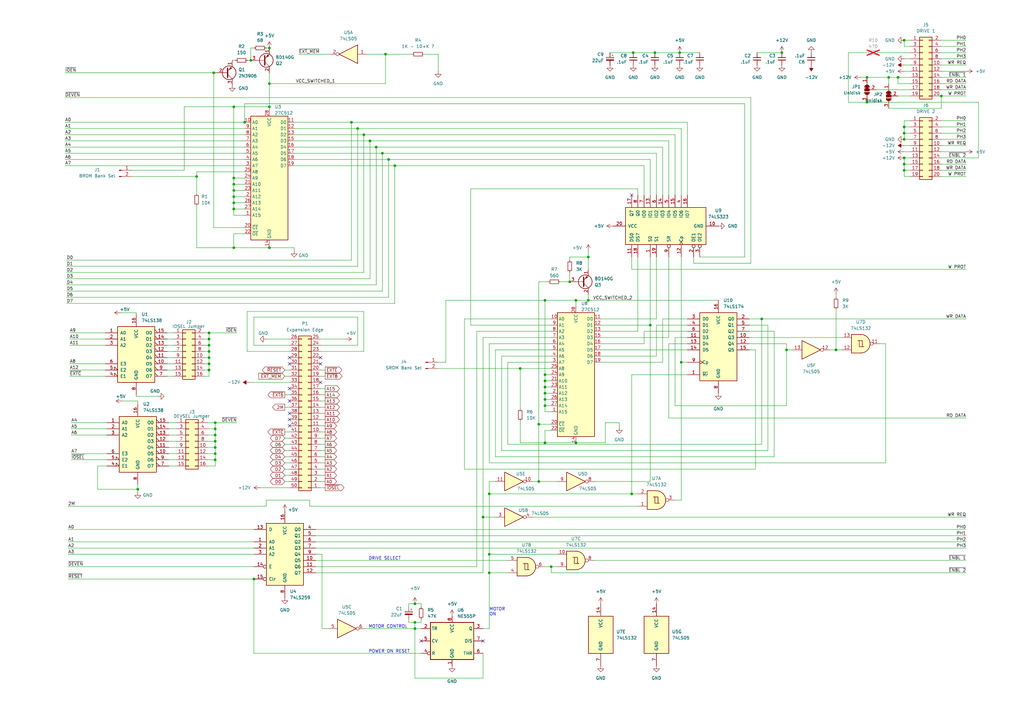
<source format=kicad_sch>
(kicad_sch
	(version 20250114)
	(generator "eeschema")
	(generator_version "9.0")
	(uuid "8d29f76a-632b-4d71-951f-82f85a7a70e9")
	(paper "A3")
	
	(text "DRIVE SELECT"
		(exclude_from_sim no)
		(at 151.13 229.87 0)
		(effects
			(font
				(size 1.27 1.27)
			)
			(justify left bottom)
		)
		(uuid "32096c80-1d98-4ed0-8b17-2c750151b76c")
	)
	(text "MOTOR CONTROL"
		(exclude_from_sim no)
		(at 151.13 257.81 0)
		(effects
			(font
				(size 1.27 1.27)
			)
			(justify left bottom)
		)
		(uuid "b6ef62f4-c465-4c3c-acae-af238f4f26b2")
	)
	(text "POWER ON RESET"
		(exclude_from_sim no)
		(at 151.13 267.97 0)
		(effects
			(font
				(size 1.27 1.27)
			)
			(justify left bottom)
		)
		(uuid "dc85ec82-107c-4516-8ee4-ef92570893f2")
	)
	(text "MOTOR\nON"
		(exclude_from_sim no)
		(at 200.66 252.73 0)
		(effects
			(font
				(size 1.27 1.27)
			)
			(justify left bottom)
		)
		(uuid "f1de4597-caac-4049-8722-f6b4249c5637")
	)
	(junction
		(at 110.49 101.6)
		(diameter 0)
		(color 0 0 0 0)
		(uuid "05c35608-664a-4ca0-a2cf-31b6dd200424")
	)
	(junction
		(at 223.52 156.21)
		(diameter 0)
		(color 0 0 0 0)
		(uuid "0879c555-36d5-4c97-9aed-43411da9ea34")
	)
	(junction
		(at 266.7 133.35)
		(diameter 0)
		(color 0 0 0 0)
		(uuid "0a7b412f-70cb-4bdd-ac90-37c18fe81247")
	)
	(junction
		(at 85.725 149.225)
		(diameter 0)
		(color 0 0 0 0)
		(uuid "15605a0c-cf96-43bb-bf76-4c3d136378e6")
	)
	(junction
		(at 85.725 146.685)
		(diameter 0)
		(color 0 0 0 0)
		(uuid "1d4718a5-778a-4c3f-af8e-520b4e244b5b")
	)
	(junction
		(at 88.265 188.595)
		(diameter 0)
		(color 0 0 0 0)
		(uuid "1e542cfd-ea36-43ee-93f7-7150fc86a6b4")
	)
	(junction
		(at 368.3 31.75)
		(diameter 0)
		(color 0 0 0 0)
		(uuid "1e8fbe2b-8679-4f6a-aaab-41b5049b065b")
	)
	(junction
		(at 386.08 39.37)
		(diameter 0)
		(color 0 0 0 0)
		(uuid "1ea8a149-4aba-4853-bb4c-0394837ed622")
	)
	(junction
		(at 223.52 163.83)
		(diameter 0)
		(color 0 0 0 0)
		(uuid "1f6afc94-5427-44ba-ab5f-f21ca14d71ab")
	)
	(junction
		(at 200.66 227.33)
		(diameter 0)
		(color 0 0 0 0)
		(uuid "21deab9e-fe49-40f1-b271-ad9e3c1158a7")
	)
	(junction
		(at 88.265 173.355)
		(diameter 0)
		(color 0 0 0 0)
		(uuid "24448ccd-4e6b-4297-b1cd-b6b3f34a53d5")
	)
	(junction
		(at 223.52 161.29)
		(diameter 0)
		(color 0 0 0 0)
		(uuid "245bc0dd-2dc9-4f33-9560-45e6c9b400d0")
	)
	(junction
		(at 95.885 78.105)
		(diameter 0)
		(color 0 0 0 0)
		(uuid "25f08a18-5173-49a1-aa77-e63c3fb09d67")
	)
	(junction
		(at 158.115 22.225)
		(diameter 0)
		(color 0 0 0 0)
		(uuid "27b08bf3-8111-4a1b-96e8-87c4fc51cf03")
	)
	(junction
		(at 100.33 50.165)
		(diameter 0)
		(color 0 0 0 0)
		(uuid "28fb8a3f-b729-4ea4-99d2-cd1ac9fbe931")
	)
	(junction
		(at 88.265 183.515)
		(diameter 0)
		(color 0 0 0 0)
		(uuid "2c34ae5a-d1be-4bcf-bebe-ffa670279c84")
	)
	(junction
		(at 241.3 105.41)
		(diameter 0)
		(color 0 0 0 0)
		(uuid "2fbcbfb6-89ff-44c4-b8ab-a14cc42ccb95")
	)
	(junction
		(at 146.685 52.705)
		(diameter 0)
		(color 0 0 0 0)
		(uuid "30f5f225-0a6f-48a9-bb29-175458688e88")
	)
	(junction
		(at 223.52 153.67)
		(diameter 0)
		(color 0 0 0 0)
		(uuid "3b5798c4-1c2c-4a98-b765-79969f2e65cd")
	)
	(junction
		(at 88.265 180.975)
		(diameter 0)
		(color 0 0 0 0)
		(uuid "3cd3a86d-dd12-4db6-88c3-bb7512f569e8")
	)
	(junction
		(at 95.885 85.725)
		(diameter 0)
		(color 0 0 0 0)
		(uuid "3d15289f-6bd0-498d-9a91-a024047ae632")
	)
	(junction
		(at 268.605 21.59)
		(diameter 0)
		(color 0 0 0 0)
		(uuid "3dc49e25-d3e2-497d-bca1-dce6211dd479")
	)
	(junction
		(at 370.84 57.15)
		(diameter 0)
		(color 0 0 0 0)
		(uuid "40c57ef4-872a-4933-bfac-3fad98a7faeb")
	)
	(junction
		(at 95.885 73.025)
		(diameter 0)
		(color 0 0 0 0)
		(uuid "44338e21-f061-4f16-bddc-4b95d1200ff8")
	)
	(junction
		(at 56.515 200.66)
		(diameter 0)
		(color 0 0 0 0)
		(uuid "4474fbc5-95c0-46eb-be76-03f928b7ae21")
	)
	(junction
		(at 320.675 21.59)
		(diameter 0)
		(color 0 0 0 0)
		(uuid "463c12d8-e767-4dd8-97c0-cdb283823d10")
	)
	(junction
		(at 259.08 202.565)
		(diameter 0)
		(color 0 0 0 0)
		(uuid "4d1bf63f-0fa7-41aa-b85c-9f91e7e3a330")
	)
	(junction
		(at 278.765 21.59)
		(diameter 0)
		(color 0 0 0 0)
		(uuid "5050a3d7-cc2e-41dc-a3ff-0ef2e03614ae")
	)
	(junction
		(at 88.265 175.895)
		(diameter 0)
		(color 0 0 0 0)
		(uuid "528db227-f1ec-48a4-84f3-957e6a0e2945")
	)
	(junction
		(at 85.725 141.605)
		(diameter 0)
		(color 0 0 0 0)
		(uuid "567b4917-422e-4da3-896c-e3f1f7b69bc9")
	)
	(junction
		(at 370.84 16.51)
		(diameter 0)
		(color 0 0 0 0)
		(uuid "5d0ce87b-48fa-46aa-8a28-60ec56664695")
	)
	(junction
		(at 88.265 186.055)
		(diameter 0)
		(color 0 0 0 0)
		(uuid "5f72fc10-b556-4014-a2dc-4c1edea61bbb")
	)
	(junction
		(at 220.98 173.99)
		(diameter 0)
		(color 0 0 0 0)
		(uuid "6268f925-3c3e-4c07-8457-e5d0c0f63fae")
	)
	(junction
		(at 154.305 60.325)
		(diameter 0)
		(color 0 0 0 0)
		(uuid "69a5cb29-894a-4088-9123-a45b36745aad")
	)
	(junction
		(at 88.265 178.435)
		(diameter 0)
		(color 0 0 0 0)
		(uuid "6beb30db-72de-42e8-a0d7-1b562182385d")
	)
	(junction
		(at 220.98 197.485)
		(diameter 0)
		(color 0 0 0 0)
		(uuid "6c2f69b3-9b7c-434c-bb20-a6baea35c014")
	)
	(junction
		(at 104.14 237.49)
		(diameter 0)
		(color 0 0 0 0)
		(uuid "73b75c6b-0481-4c40-949d-c5403ad081db")
	)
	(junction
		(at 370.84 54.61)
		(diameter 0)
		(color 0 0 0 0)
		(uuid "786a55f6-f68a-4747-9143-eb9c21ad29f8")
	)
	(junction
		(at 161.925 67.945)
		(diameter 0)
		(color 0 0 0 0)
		(uuid "797db6ae-81a2-4e43-b4a3-1a961e3d2ce2")
	)
	(junction
		(at 151.765 57.785)
		(diameter 0)
		(color 0 0 0 0)
		(uuid "7b51218c-7899-428e-9d5a-d5cbdf48df8f")
	)
	(junction
		(at 159.385 65.405)
		(diameter 0)
		(color 0 0 0 0)
		(uuid "7fbb1f98-7376-4587-9074-f062416820d2")
	)
	(junction
		(at 241.3 123.19)
		(diameter 0)
		(color 0 0 0 0)
		(uuid "813bc9ac-6aff-4f98-8f32-f441000ea493")
	)
	(junction
		(at 233.68 115.57)
		(diameter 0)
		(color 0 0 0 0)
		(uuid "817bd96e-b692-4715-983a-e1dd4ef73bb8")
	)
	(junction
		(at 95.885 83.185)
		(diameter 0)
		(color 0 0 0 0)
		(uuid "82e60a17-5192-47b0-809b-9d2b4e3e2a41")
	)
	(junction
		(at 85.725 136.525)
		(diameter 0)
		(color 0 0 0 0)
		(uuid "83915695-10b4-4375-96ca-404e57c38876")
	)
	(junction
		(at 144.145 50.165)
		(diameter 0)
		(color 0 0 0 0)
		(uuid "84cb6800-fdec-4336-9e0d-692f16a0e20e")
	)
	(junction
		(at 279.4 148.59)
		(diameter 0)
		(color 0 0 0 0)
		(uuid "87a0eb59-2dce-441c-9dd8-c0e92ab69b80")
	)
	(junction
		(at 198.12 212.09)
		(diameter 0)
		(color 0 0 0 0)
		(uuid "8e5d7652-5f57-4b05-a03e-7724a43fa613")
	)
	(junction
		(at 95.885 101.6)
		(diameter 0)
		(color 0 0 0 0)
		(uuid "8f5ebc58-e6f8-4787-8942-a1ec1418d1b7")
	)
	(junction
		(at 322.58 143.51)
		(diameter 0)
		(color 0 0 0 0)
		(uuid "9072744a-3983-4bde-8321-c7b4fbdcaee0")
	)
	(junction
		(at 170.18 257.81)
		(diameter 0)
		(color 0 0 0 0)
		(uuid "94683f4a-bad4-4ca4-aec8-1e76d7911546")
	)
	(junction
		(at 170.18 255.27)
		(diameter 0)
		(color 0 0 0 0)
		(uuid "9689360c-62f4-4ccd-928a-0354a8b12062")
	)
	(junction
		(at 170.18 247.65)
		(diameter 0)
		(color 0 0 0 0)
		(uuid "98f039f2-3a30-409f-8e2f-7f3bd469c43e")
	)
	(junction
		(at 370.84 52.07)
		(diameter 0)
		(color 0 0 0 0)
		(uuid "9a860088-5b1b-4997-b300-ff2cfa89e410")
	)
	(junction
		(at 80.645 72.39)
		(diameter 0)
		(color 0 0 0 0)
		(uuid "9c85b338-410e-4f21-85a1-16cc577a80f6")
	)
	(junction
		(at 223.52 181.61)
		(diameter 0)
		(color 0 0 0 0)
		(uuid "9fe2b187-bc45-4cca-a998-2f56a15f492e")
	)
	(junction
		(at 213.36 151.13)
		(diameter 0)
		(color 0 0 0 0)
		(uuid "a3fd1932-06aa-4647-b2d8-ad94fa969d00")
	)
	(junction
		(at 156.845 62.865)
		(diameter 0)
		(color 0 0 0 0)
		(uuid "a40c354b-9e3f-4183-952c-982ff222b866")
	)
	(junction
		(at 223.52 158.75)
		(diameter 0)
		(color 0 0 0 0)
		(uuid "a55a0779-c230-4e34-bb7b-f0f7788b5802")
	)
	(junction
		(at 110.49 19.685)
		(diameter 0)
		(color 0 0 0 0)
		(uuid "a6ba40bd-718f-4798-b37b-734100ad6413")
	)
	(junction
		(at 85.725 139.065)
		(diameter 0)
		(color 0 0 0 0)
		(uuid "a83d4110-ac2d-4f84-be37-09b66f571eb9")
	)
	(junction
		(at 370.84 67.31)
		(diameter 0)
		(color 0 0 0 0)
		(uuid "a8b53387-bb5e-4160-878a-021b66310ef4")
	)
	(junction
		(at 95.885 80.645)
		(diameter 0)
		(color 0 0 0 0)
		(uuid "a8beffd9-87f8-453c-afce-3b5f62487bd7")
	)
	(junction
		(at 110.49 34.29)
		(diameter 0)
		(color 0 0 0 0)
		(uuid "aa1ed054-f711-417c-8905-992984459449")
	)
	(junction
		(at 87.63 29.845)
		(diameter 0)
		(color 0 0 0 0)
		(uuid "aa8fb7e6-99cf-47d0-8987-dd0143778620")
	)
	(junction
		(at 85.725 151.765)
		(diameter 0)
		(color 0 0 0 0)
		(uuid "b1fa9f39-1a4a-4822-9751-a1f130395fdb")
	)
	(junction
		(at 85.725 144.145)
		(diameter 0)
		(color 0 0 0 0)
		(uuid "b39130d2-2e46-4427-8a0f-d53c56f819d3")
	)
	(junction
		(at 200.66 202.565)
		(diameter 0)
		(color 0 0 0 0)
		(uuid "b3d6d337-68bb-4836-b7fe-89e885bcad7c")
	)
	(junction
		(at 370.84 64.77)
		(diameter 0)
		(color 0 0 0 0)
		(uuid "b6c465a5-bb87-454a-97c7-05467e0dccf6")
	)
	(junction
		(at 102.87 24.765)
		(diameter 0)
		(color 0 0 0 0)
		(uuid "bda0ddc4-ff04-4a03-bd76-4bb2033488ce")
	)
	(junction
		(at 200.66 234.95)
		(diameter 0)
		(color 0 0 0 0)
		(uuid "bf10109e-476a-4edb-af39-68c09c46d515")
	)
	(junction
		(at 149.225 55.245)
		(diameter 0)
		(color 0 0 0 0)
		(uuid "bf139f30-b47c-44ad-b650-ef3c6c14a974")
	)
	(junction
		(at 223.52 166.37)
		(diameter 0)
		(color 0 0 0 0)
		(uuid "cf82bfd1-c322-4834-8111-b1cc12dbb0c1")
	)
	(junction
		(at 355.6 31.75)
		(diameter 0)
		(color 0 0 0 0)
		(uuid "e148e5c5-24ad-4f9f-95ae-ac7f40a64813")
	)
	(junction
		(at 236.22 181.61)
		(diameter 0)
		(color 0 0 0 0)
		(uuid "e1ed6a2a-b089-4042-ae3a-4aafc9c776cd")
	)
	(junction
		(at 342.9 143.51)
		(diameter 0)
		(color 0 0 0 0)
		(uuid "e2416487-9682-4e25-b69e-39b86bcb6212")
	)
	(junction
		(at 223.52 123.19)
		(diameter 0)
		(color 0 0 0 0)
		(uuid "e44c4ffb-887d-4faa-822f-fe542d4a4c90")
	)
	(junction
		(at 236.22 123.19)
		(diameter 0)
		(color 0 0 0 0)
		(uuid "e7b57ddc-28e9-4fe3-beee-f7ac91049199")
	)
	(junction
		(at 370.84 69.85)
		(diameter 0)
		(color 0 0 0 0)
		(uuid "e842378a-2f4b-489f-9cb1-df531ab6638b")
	)
	(junction
		(at 312.42 130.81)
		(diameter 0)
		(color 0 0 0 0)
		(uuid "ec467555-1589-4c66-b85c-290dc8c684e7")
	)
	(junction
		(at 95.885 43.815)
		(diameter 0)
		(color 0 0 0 0)
		(uuid "ec4ee92f-b995-4c82-a511-8424fb0c79b2")
	)
	(junction
		(at 226.06 232.41)
		(diameter 0)
		(color 0 0 0 0)
		(uuid "f7d6edbc-0cf0-400c-bdd8-390463e62a6f")
	)
	(junction
		(at 364.49 31.75)
		(diameter 0)
		(color 0 0 0 0)
		(uuid "f866dbb5-de03-4d6d-a840-f4944249ed73")
	)
	(junction
		(at 95.885 75.565)
		(diameter 0)
		(color 0 0 0 0)
		(uuid "fc92d096-10d0-42f8-9ddf-df80125b38cd")
	)
	(junction
		(at 259.715 21.59)
		(diameter 0)
		(color 0 0 0 0)
		(uuid "fe287263-7782-408f-9055-5294e8efa29c")
	)
	(junction
		(at 355.6 41.91)
		(diameter 0)
		(color 0 0 0 0)
		(uuid "fe2cb73c-c9d3-40ab-a3af-645fc2e660d9")
	)
	(junction
		(at 110.49 43.815)
		(diameter 0)
		(color 0 0 0 0)
		(uuid "fe4b238e-e2ac-4962-9665-41ac3473b4bd")
	)
	(no_connect
		(at 131.445 146.685)
		(uuid "09cb5ca2-f037-4767-bd4d-094c054413ca")
	)
	(no_connect
		(at 118.745 149.225)
		(uuid "0c808b20-1ba0-487f-bde6-631fcdf86992")
	)
	(no_connect
		(at 172.72 262.89)
		(uuid "24ce83df-adc7-49b1-8de5-59140a6a241c")
	)
	(no_connect
		(at 259.08 80.01)
		(uuid "3801ac87-4c62-4d90-bb89-bd02a827a7a2")
	)
	(no_connect
		(at 118.745 172.085)
		(uuid "3df9b39c-f7bd-4e28-98f6-f2a8b555dccf")
	)
	(no_connect
		(at 118.745 169.545)
		(uuid "5ea4b0f4-536a-4279-ac4c-04203f194641")
	)
	(no_connect
		(at 131.445 149.225)
		(uuid "74c89753-aa43-46ac-82d6-f1c8035f7dc9")
	)
	(no_connect
		(at 198.12 262.89)
		(uuid "76bde493-9706-455b-a7ea-a279cace855f")
	)
	(no_connect
		(at 118.745 164.465)
		(uuid "7f40a9b2-6015-430a-bf2e-e9397fb5675f")
	)
	(no_connect
		(at 118.745 146.685)
		(uuid "845f3c28-3ea3-4169-9f2b-9dd6d4e7a7f3")
	)
	(no_connect
		(at 131.445 156.845)
		(uuid "a65c5215-f32e-4281-a70d-d2e04994f325")
	)
	(no_connect
		(at 118.745 174.625)
		(uuid "cc97dbf1-a437-4548-ac8f-50dfd2b59e4a")
	)
	(no_connect
		(at 118.745 159.385)
		(uuid "dfa21c67-ce2b-471f-aa3e-6773bee1e862")
	)
	(wire
		(pts
			(xy 322.58 140.97) (xy 322.58 143.51)
		)
		(stroke
			(width 0)
			(type default)
		)
		(uuid "002fd2d7-be66-4a87-8e49-65dcdd3be486")
	)
	(wire
		(pts
			(xy 248.285 181.61) (xy 248.285 173.355)
		)
		(stroke
			(width 0)
			(type default)
		)
		(uuid "003a73d5-bba8-4f69-b405-e7bae5f6934b")
	)
	(wire
		(pts
			(xy 386.08 44.45) (xy 386.08 39.37)
		)
		(stroke
			(width 0)
			(type default)
		)
		(uuid "005520ab-aa54-434d-95d0-10b1cd21ee1c")
	)
	(wire
		(pts
			(xy 85.725 136.525) (xy 85.725 139.065)
		)
		(stroke
			(width 0)
			(type default)
		)
		(uuid "00a94d22-003f-40ec-845f-c4453633bc53")
	)
	(wire
		(pts
			(xy 56.515 198.755) (xy 56.515 200.66)
		)
		(stroke
			(width 0)
			(type default)
		)
		(uuid "010d2632-ed4a-42a1-88c1-728d0e602dd6")
	)
	(wire
		(pts
			(xy 120.65 102.87) (xy 120.65 101.6)
		)
		(stroke
			(width 0)
			(type default)
		)
		(uuid "0185753a-a588-46cb-9bd2-7d92b7488512")
	)
	(wire
		(pts
			(xy 223.52 161.29) (xy 223.52 163.83)
		)
		(stroke
			(width 0)
			(type default)
		)
		(uuid "01ba4be6-9e75-4304-ab82-859249ee68f2")
	)
	(wire
		(pts
			(xy 193.04 77.47) (xy 193.04 133.35)
		)
		(stroke
			(width 0)
			(type default)
		)
		(uuid "01cfb3cc-45cf-4443-824a-1ca7d2dfc72d")
	)
	(wire
		(pts
			(xy 179.705 151.13) (xy 213.36 151.13)
		)
		(stroke
			(width 0)
			(type default)
		)
		(uuid "01d83745-668f-4543-9cc1-4a77d118a2b3")
	)
	(wire
		(pts
			(xy 170.18 257.81) (xy 172.72 257.81)
		)
		(stroke
			(width 0)
			(type default)
		)
		(uuid "02da0d16-3d12-46a4-9bc8-dac4689f99fc")
	)
	(wire
		(pts
			(xy 28.575 139.065) (xy 43.18 139.065)
		)
		(stroke
			(width 0)
			(type default)
		)
		(uuid "0372d352-2b15-4522-a99d-9b308d4b21f3")
	)
	(wire
		(pts
			(xy 236.22 123.19) (xy 236.22 125.73)
		)
		(stroke
			(width 0)
			(type default)
		)
		(uuid "03d3d3d3-e776-4c5d-a5f8-483f41545fa0")
	)
	(wire
		(pts
			(xy 276.86 55.245) (xy 276.86 80.01)
		)
		(stroke
			(width 0)
			(type default)
		)
		(uuid "040f556c-b731-474e-ba57-fe04d7580ff1")
	)
	(wire
		(pts
			(xy 203.2 187.325) (xy 317.5 187.325)
		)
		(stroke
			(width 0)
			(type default)
		)
		(uuid "0553e7ea-1d50-48ac-ac36-3cd63cd9aeea")
	)
	(wire
		(pts
			(xy 370.84 54.61) (xy 370.84 57.15)
		)
		(stroke
			(width 0)
			(type default)
		)
		(uuid "05fc52a7-2bcc-4649-8376-4c214b84bb97")
	)
	(wire
		(pts
			(xy 83.82 141.605) (xy 85.725 141.605)
		)
		(stroke
			(width 0)
			(type default)
		)
		(uuid "069b6b70-2781-406e-a655-e9752625b982")
	)
	(wire
		(pts
			(xy 104.14 130.048) (xy 104.14 141.605)
		)
		(stroke
			(width 0)
			(type default)
		)
		(uuid "07f2b615-5605-464c-80d8-11014832cdd0")
	)
	(wire
		(pts
			(xy 158.115 34.29) (xy 158.115 22.225)
		)
		(stroke
			(width 0)
			(type default)
		)
		(uuid "07f86f79-4086-4875-8ceb-b9ee61abd8d7")
	)
	(wire
		(pts
			(xy 129.54 229.87) (xy 208.28 229.87)
		)
		(stroke
			(width 0)
			(type default)
		)
		(uuid "07f89384-a348-4bbf-a28a-b33c80b0b3ed")
	)
	(wire
		(pts
			(xy 236.22 181.61) (xy 223.52 181.61)
		)
		(stroke
			(width 0)
			(type default)
		)
		(uuid "0823ec80-9f4f-4636-8f6b-e201415c7393")
	)
	(wire
		(pts
			(xy 386.08 69.85) (xy 396.24 69.85)
		)
		(stroke
			(width 0)
			(type default)
		)
		(uuid "08362519-b1e4-4590-b4b6-c24b3a2cf7bb")
	)
	(wire
		(pts
			(xy 229.87 115.57) (xy 233.68 115.57)
		)
		(stroke
			(width 0)
			(type default)
		)
		(uuid "087f17fb-ff18-4761-b50b-f3e75102182a")
	)
	(wire
		(pts
			(xy 190.5 192.405) (xy 309.88 192.405)
		)
		(stroke
			(width 0)
			(type default)
		)
		(uuid "0a546a50-d10e-4e34-9f3b-20da1ac81caa")
	)
	(wire
		(pts
			(xy 226.06 234.95) (xy 396.24 234.95)
		)
		(stroke
			(width 0)
			(type default)
		)
		(uuid "0ae6ec9f-c2d0-41a1-90f4-0b58ed9f7c02")
	)
	(wire
		(pts
			(xy 120.65 60.325) (xy 154.305 60.325)
		)
		(stroke
			(width 0)
			(type default)
		)
		(uuid "0b9926af-65cd-4ea2-9312-fe7c9913ce8e")
	)
	(wire
		(pts
			(xy 83.82 144.145) (xy 85.725 144.145)
		)
		(stroke
			(width 0)
			(type default)
		)
		(uuid "0be18984-773f-49ef-a1ef-0ae3e40ae114")
	)
	(wire
		(pts
			(xy 172.72 247.65) (xy 172.72 248.92)
		)
		(stroke
			(width 0)
			(type default)
		)
		(uuid "0c5d24ae-baf9-4661-9db5-5926b2ac1d6b")
	)
	(wire
		(pts
			(xy 246.38 133.35) (xy 266.7 133.35)
		)
		(stroke
			(width 0)
			(type default)
		)
		(uuid "0c7cadb5-6da1-4221-83d0-f0170aff118f")
	)
	(wire
		(pts
			(xy 131.445 189.865) (xy 133.35 189.865)
		)
		(stroke
			(width 0)
			(type default)
		)
		(uuid "0cd9d382-dd16-4687-ae20-27db55c4969f")
	)
	(wire
		(pts
			(xy 278.765 21.59) (xy 268.605 21.59)
		)
		(stroke
			(width 0)
			(type default)
		)
		(uuid "0eb99482-694f-4ff1-89fa-58ae1322d661")
	)
	(wire
		(pts
			(xy 95.885 83.185) (xy 95.885 85.725)
		)
		(stroke
			(width 0)
			(type default)
		)
		(uuid "0ee42175-0922-4fb8-8624-c0ef2f28e750")
	)
	(wire
		(pts
			(xy 29.21 178.435) (xy 43.815 178.435)
		)
		(stroke
			(width 0)
			(type default)
		)
		(uuid "0eeabcd7-348c-496c-bf89-9efee8011e76")
	)
	(wire
		(pts
			(xy 75.565 43.815) (xy 75.565 69.85)
		)
		(stroke
			(width 0)
			(type default)
		)
		(uuid "0f6a6bb9-658a-4cc8-aaab-2f8456bff783")
	)
	(wire
		(pts
			(xy 220.98 115.57) (xy 220.98 173.99)
		)
		(stroke
			(width 0)
			(type default)
		)
		(uuid "0fe8bb65-946b-4e9d-a4b7-45277f4d9e4f")
	)
	(wire
		(pts
			(xy 131.445 161.925) (xy 133.35 161.925)
		)
		(stroke
			(width 0)
			(type default)
		)
		(uuid "11530c3b-e92a-4222-8587-26beff227523")
	)
	(wire
		(pts
			(xy 223.52 156.21) (xy 226.06 156.21)
		)
		(stroke
			(width 0)
			(type default)
		)
		(uuid "11aec3cf-6786-4b61-9abd-5102df521d8b")
	)
	(wire
		(pts
			(xy 85.725 149.225) (xy 85.725 151.765)
		)
		(stroke
			(width 0)
			(type default)
		)
		(uuid "11dd4137-c665-4866-85ed-f9fe8e15cd9c")
	)
	(wire
		(pts
			(xy 146.685 130.048) (xy 104.14 130.048)
		)
		(stroke
			(width 0)
			(type default)
		)
		(uuid "12ae0546-56ce-4946-ae78-a3f728f0fec8")
	)
	(wire
		(pts
			(xy 223.52 166.37) (xy 226.06 166.37)
		)
		(stroke
			(width 0)
			(type default)
		)
		(uuid "146549e8-1fcd-4d37-bd27-c60fa48989bf")
	)
	(wire
		(pts
			(xy 129.54 219.71) (xy 396.24 219.71)
		)
		(stroke
			(width 0)
			(type default)
		)
		(uuid "1509c567-c73b-47f2-8d0f-5f03d2c921cd")
	)
	(wire
		(pts
			(xy 101.346 144.145) (xy 118.745 144.145)
		)
		(stroke
			(width 0)
			(type default)
		)
		(uuid "151c7a5c-1632-4466-9a42-660310eb7d64")
	)
	(wire
		(pts
			(xy 116.84 167.005) (xy 118.745 167.005)
		)
		(stroke
			(width 0)
			(type default)
		)
		(uuid "15b9b2c6-c334-4e36-8e4f-94f73fcd7630")
	)
	(wire
		(pts
			(xy 131.445 154.305) (xy 133.35 154.305)
		)
		(stroke
			(width 0)
			(type default)
		)
		(uuid "16401bde-830b-4199-83e6-9779a594a4d2")
	)
	(wire
		(pts
			(xy 116.84 192.405) (xy 118.745 192.405)
		)
		(stroke
			(width 0)
			(type default)
		)
		(uuid "17982d4b-6e11-43bc-b285-ce88a4c766c4")
	)
	(wire
		(pts
			(xy 149.225 55.245) (xy 149.225 111.76)
		)
		(stroke
			(width 0)
			(type default)
		)
		(uuid "188d085c-7dae-4530-bce0-1bd1ae787617")
	)
	(wire
		(pts
			(xy 27.305 109.22) (xy 146.685 109.22)
		)
		(stroke
			(width 0)
			(type default)
		)
		(uuid "18bb29e6-bd56-4695-9c90-9d4b55326793")
	)
	(wire
		(pts
			(xy 95.885 80.645) (xy 100.33 80.645)
		)
		(stroke
			(width 0)
			(type default)
		)
		(uuid "18cd97b8-567e-461a-a569-6d9b12001701")
	)
	(wire
		(pts
			(xy 161.925 67.945) (xy 161.925 124.46)
		)
		(stroke
			(width 0)
			(type default)
		)
		(uuid "19500551-9ab5-4760-9805-a118fda9c985")
	)
	(wire
		(pts
			(xy 305.435 105.41) (xy 287.02 105.41)
		)
		(stroke
			(width 0)
			(type default)
		)
		(uuid "1b90a748-4469-4403-b368-76126115304b")
	)
	(wire
		(pts
			(xy 131.445 187.325) (xy 133.35 187.325)
		)
		(stroke
			(width 0)
			(type default)
		)
		(uuid "1bdb2ec4-0b54-486d-ab8a-3a3cf73fc46f")
	)
	(wire
		(pts
			(xy 386.08 67.31) (xy 396.24 67.31)
		)
		(stroke
			(width 0)
			(type default)
		)
		(uuid "1be80b5c-5e71-4a4a-961c-b34579570a79")
	)
	(wire
		(pts
			(xy 144.145 50.165) (xy 281.94 50.165)
		)
		(stroke
			(width 0)
			(type default)
		)
		(uuid "1c9db634-753f-4221-a5bc-7ad4208eb554")
	)
	(wire
		(pts
			(xy 129.54 224.79) (xy 396.24 224.79)
		)
		(stroke
			(width 0)
			(type default)
		)
		(uuid "1cab1c13-e5e2-44d6-8611-199df41cc51a")
	)
	(wire
		(pts
			(xy 223.52 161.29) (xy 226.06 161.29)
		)
		(stroke
			(width 0)
			(type default)
		)
		(uuid "1cb61f41-3d1c-4dff-9479-62fab2287e26")
	)
	(wire
		(pts
			(xy 386.08 57.15) (xy 396.24 57.15)
		)
		(stroke
			(width 0)
			(type default)
		)
		(uuid "1d496e3c-d9a8-486f-a410-c99bf08bd807")
	)
	(wire
		(pts
			(xy 364.49 31.75) (xy 368.3 31.75)
		)
		(stroke
			(width 0)
			(type default)
		)
		(uuid "1dda161e-260d-4726-85f3-e91e571d654a")
	)
	(wire
		(pts
			(xy 198.12 138.43) (xy 198.12 212.09)
		)
		(stroke
			(width 0)
			(type default)
		)
		(uuid "1e9b3331-6e4c-425f-bd5b-40abfe37006d")
	)
	(wire
		(pts
			(xy 159.385 65.405) (xy 159.385 121.92)
		)
		(stroke
			(width 0)
			(type default)
		)
		(uuid "1eb92119-727b-45ae-afe1-c32360d66c60")
	)
	(wire
		(pts
			(xy 213.36 172.72) (xy 213.36 181.61)
		)
		(stroke
			(width 0)
			(type default)
		)
		(uuid "1f047f7a-4f58-483c-a838-16e33a170444")
	)
	(wire
		(pts
			(xy 236.22 123.19) (xy 241.3 123.19)
		)
		(stroke
			(width 0)
			(type default)
		)
		(uuid "1f822886-b150-4786-b463-4be39e03903a")
	)
	(wire
		(pts
			(xy 386.08 64.77) (xy 401.32 64.77)
		)
		(stroke
			(width 0)
			(type default)
		)
		(uuid "1fe2f8af-ca13-49d2-b540-1d676020e7bd")
	)
	(wire
		(pts
			(xy 149.225 144.145) (xy 149.225 127.762)
		)
		(stroke
			(width 0)
			(type default)
		)
		(uuid "203d27a7-ebba-4d12-badd-bc5fc73a868a")
	)
	(wire
		(pts
			(xy 95.885 101.6) (xy 80.645 101.6)
		)
		(stroke
			(width 0)
			(type default)
		)
		(uuid "204e05df-26b4-4276-bf7a-8eea107c2c98")
	)
	(wire
		(pts
			(xy 146.685 52.705) (xy 279.4 52.705)
		)
		(stroke
			(width 0)
			(type default)
		)
		(uuid "206dcf71-bf16-4891-9f5e-88ec4e245610")
	)
	(wire
		(pts
			(xy 320.675 21.59) (xy 310.515 21.59)
		)
		(stroke
			(width 0)
			(type default)
		)
		(uuid "20b6a1e8-b9fb-42eb-aebb-c1936f2291ce")
	)
	(wire
		(pts
			(xy 68.58 146.685) (xy 71.12 146.685)
		)
		(stroke
			(width 0)
			(type default)
		)
		(uuid "226991fb-ca2b-48ff-8520-0a29fe7d9306")
	)
	(wire
		(pts
			(xy 353.06 31.75) (xy 355.6 31.75)
		)
		(stroke
			(width 0)
			(type default)
		)
		(uuid "22875feb-91b0-472b-8b00-e74ac9893d1e")
	)
	(wire
		(pts
			(xy 269.24 62.865) (xy 269.24 80.01)
		)
		(stroke
			(width 0)
			(type default)
		)
		(uuid "2375a23b-508c-4bd3-8e4f-5aebe6b07800")
	)
	(wire
		(pts
			(xy 80.645 72.39) (xy 80.645 70.485)
		)
		(stroke
			(width 0)
			(type default)
		)
		(uuid "23955a25-f4da-497a-b473-c0e5f5f270aa")
	)
	(wire
		(pts
			(xy 182.88 123.19) (xy 182.88 148.59)
		)
		(stroke
			(width 0)
			(type default)
		)
		(uuid "2398833d-04b7-452d-ba6b-d7e4fe02f403")
	)
	(wire
		(pts
			(xy 274.32 105.41) (xy 274.32 138.43)
		)
		(stroke
			(width 0)
			(type default)
		)
		(uuid "23cc4ae3-9b03-40bb-82e0-23fc4d40ea5f")
	)
	(wire
		(pts
			(xy 29.21 173.355) (xy 43.815 173.355)
		)
		(stroke
			(width 0)
			(type default)
		)
		(uuid "23d03d7f-3fa3-4262-94ef-c7d67723f473")
	)
	(wire
		(pts
			(xy 363.22 189.865) (xy 363.22 140.97)
		)
		(stroke
			(width 0)
			(type default)
		)
		(uuid "24bfe3c6-60e2-4a78-bb62-924392218143")
	)
	(wire
		(pts
			(xy 131.445 179.705) (xy 133.35 179.705)
		)
		(stroke
			(width 0)
			(type default)
		)
		(uuid "25d35aca-2b44-482d-a9c6-cd18913cbaf2")
	)
	(wire
		(pts
			(xy 317.5 187.325) (xy 317.5 135.89)
		)
		(stroke
			(width 0)
			(type default)
		)
		(uuid "26bfe3d7-2568-4e2f-8999-9e95f79e347d")
	)
	(wire
		(pts
			(xy 85.09 173.355) (xy 88.265 173.355)
		)
		(stroke
			(width 0)
			(type default)
		)
		(uuid "27b53377-6b90-493b-b895-b0fcefdc409c")
	)
	(wire
		(pts
			(xy 55.88 162.56) (xy 55.88 161.925)
		)
		(stroke
			(width 0)
			(type default)
		)
		(uuid "285627d0-acc1-4cd2-89a3-1af34c724ae4")
	)
	(wire
		(pts
			(xy 259.715 21.59) (xy 268.605 21.59)
		)
		(stroke
			(width 0)
			(type default)
		)
		(uuid "28ee4499-e07b-43fb-bdd3-59c6b0292bd3")
	)
	(wire
		(pts
			(xy 27.94 207.645) (xy 109.22 207.645)
		)
		(stroke
			(width 0)
			(type default)
		)
		(uuid "29c06ac6-9c42-4ff5-bb25-48d0c8388580")
	)
	(wire
		(pts
			(xy 170.18 278.13) (xy 170.18 257.81)
		)
		(stroke
			(width 0)
			(type default)
		)
		(uuid "2a298268-8c25-4a45-ac9c-e4dea7c4f57f")
	)
	(wire
		(pts
			(xy 100.33 42.545) (xy 100.33 50.165)
		)
		(stroke
			(width 0)
			(type default)
		)
		(uuid "2a2a7cf9-e7e9-47ed-92d0-ed0421f9cb4d")
	)
	(wire
		(pts
			(xy 131.445 174.625) (xy 133.35 174.625)
		)
		(stroke
			(width 0)
			(type default)
		)
		(uuid "2ab04268-d2c1-443d-9da8-f95d2b922db2")
	)
	(wire
		(pts
			(xy 53.975 72.39) (xy 80.645 72.39)
		)
		(stroke
			(width 0)
			(type default)
		)
		(uuid "2b5a2f12-d2ee-4114-84b5-06e37c3a525f")
	)
	(wire
		(pts
			(xy 342.9 127) (xy 342.9 143.51)
		)
		(stroke
			(width 0)
			(type default)
		)
		(uuid "2ba5ec4f-a8db-4682-b3f7-54096fceba9a")
	)
	(wire
		(pts
			(xy 243.84 197.485) (xy 266.7 197.485)
		)
		(stroke
			(width 0)
			(type default)
		)
		(uuid "2c16da2e-69d4-4190-802f-fbd3cd59c96a")
	)
	(wire
		(pts
			(xy 129.54 234.95) (xy 198.12 234.95)
		)
		(stroke
			(width 0)
			(type default)
		)
		(uuid "2c8f55da-067b-4d3b-820e-5c0a11e5c7ab")
	)
	(wire
		(pts
			(xy 266.7 65.405) (xy 266.7 80.01)
		)
		(stroke
			(width 0)
			(type default)
		)
		(uuid "2c9b0c63-46b3-42f9-8c9e-6a34c099e00c")
	)
	(wire
		(pts
			(xy 190.5 130.81) (xy 226.06 130.81)
		)
		(stroke
			(width 0)
			(type default)
		)
		(uuid "2c9b1e05-123b-4754-adb2-bc98e3bb0e97")
	)
	(wire
		(pts
			(xy 27.305 106.68) (xy 144.145 106.68)
		)
		(stroke
			(width 0)
			(type default)
		)
		(uuid "2cbe804e-fa9f-40b7-8273-4e50a6d4c6f4")
	)
	(wire
		(pts
			(xy 27.305 111.76) (xy 149.225 111.76)
		)
		(stroke
			(width 0)
			(type default)
		)
		(uuid "2cc0634a-2688-4834-ae28-e2595dafd825")
	)
	(wire
		(pts
			(xy 200.66 227.33) (xy 200.66 234.95)
		)
		(stroke
			(width 0)
			(type default)
		)
		(uuid "2cc630b5-2500-4fa2-886f-ccf6a7ba2fa0")
	)
	(wire
		(pts
			(xy 102.87 19.685) (xy 104.14 19.685)
		)
		(stroke
			(width 0)
			(type default)
		)
		(uuid "2d232f74-4aba-4ea5-94ec-b0a706ad1466")
	)
	(wire
		(pts
			(xy 95.885 83.185) (xy 100.33 83.185)
		)
		(stroke
			(width 0)
			(type default)
		)
		(uuid "2d35af53-f4dc-4d5f-894d-cb4d07b6d7c6")
	)
	(wire
		(pts
			(xy 83.82 154.305) (xy 85.725 154.305)
		)
		(stroke
			(width 0)
			(type default)
		)
		(uuid "2e1afdfd-04a4-4a81-86fa-5d91ad3a5d78")
	)
	(wire
		(pts
			(xy 116.84 182.245) (xy 118.745 182.245)
		)
		(stroke
			(width 0)
			(type default)
		)
		(uuid "2f250031-cd09-4dcd-a85f-5ef9ad5a6c05")
	)
	(wire
		(pts
			(xy 386.08 21.59) (xy 396.24 21.59)
		)
		(stroke
			(width 0)
			(type default)
		)
		(uuid "2f6019e0-a517-4718-a181-073367eb84ab")
	)
	(wire
		(pts
			(xy 200.66 140.97) (xy 200.66 189.865)
		)
		(stroke
			(width 0)
			(type default)
		)
		(uuid "2fb296b0-6096-4c7a-85c9-e6a15a41ef1a")
	)
	(wire
		(pts
			(xy 95.885 75.565) (xy 95.885 78.105)
		)
		(stroke
			(width 0)
			(type default)
		)
		(uuid "30403b14-9def-435c-bd6f-a85844ce71df")
	)
	(wire
		(pts
			(xy 27.305 124.46) (xy 161.925 124.46)
		)
		(stroke
			(width 0)
			(type default)
		)
		(uuid "30d6aadb-d508-4cae-a200-774e606bbfa1")
	)
	(wire
		(pts
			(xy 261.62 105.41) (xy 261.62 135.89)
		)
		(stroke
			(width 0)
			(type default)
		)
		(uuid "31d27f1b-b8bd-4e3f-b671-71b0b22ff6ff")
	)
	(wire
		(pts
			(xy 28.575 136.525) (xy 43.18 136.525)
		)
		(stroke
			(width 0)
			(type default)
		)
		(uuid "32ebe881-783b-4267-a979-85a0df767077")
	)
	(wire
		(pts
			(xy 200.66 189.865) (xy 363.22 189.865)
		)
		(stroke
			(width 0)
			(type default)
		)
		(uuid "34df1aa3-641f-4d1c-aae0-195b7c53ff43")
	)
	(wire
		(pts
			(xy 307.34 135.89) (xy 317.5 135.89)
		)
		(stroke
			(width 0)
			(type default)
		)
		(uuid "353ea4d8-3abc-48c0-990c-e9d2b9121467")
	)
	(wire
		(pts
			(xy 281.94 50.165) (xy 281.94 80.01)
		)
		(stroke
			(width 0)
			(type default)
		)
		(uuid "355d96a7-b863-431a-a668-481b97175e85")
	)
	(wire
		(pts
			(xy 131.445 192.405) (xy 133.35 192.405)
		)
		(stroke
			(width 0)
			(type default)
		)
		(uuid "35ee101e-87d7-4b57-ab93-1eb6551f657b")
	)
	(wire
		(pts
			(xy 80.645 84.455) (xy 80.645 101.6)
		)
		(stroke
			(width 0)
			(type default)
		)
		(uuid "3602f1c3-a297-477e-8d41-723debe510c7")
	)
	(wire
		(pts
			(xy 131.445 200.025) (xy 133.35 200.025)
		)
		(stroke
			(width 0)
			(type default)
		)
		(uuid "36320a72-48da-4e36-8f3e-297e7299917f")
	)
	(wire
		(pts
			(xy 27.94 217.17) (xy 104.14 217.17)
		)
		(stroke
			(width 0)
			(type default)
		)
		(uuid "369901b2-1923-434e-a616-68211a0c0ce3")
	)
	(wire
		(pts
			(xy 342.9 120.65) (xy 342.9 121.92)
		)
		(stroke
			(width 0)
			(type default)
		)
		(uuid "39504826-2165-4a11-aa9c-8dbb2537af7f")
	)
	(wire
		(pts
			(xy 49.53 128.27) (xy 55.88 128.27)
		)
		(stroke
			(width 0)
			(type default)
		)
		(uuid "3ab9f7fa-bb85-4bd9-a0b9-1a628caa4860")
	)
	(wire
		(pts
			(xy 167.64 247.65) (xy 170.18 247.65)
		)
		(stroke
			(width 0)
			(type default)
		)
		(uuid "3d57f0a0-b1c2-4787-ae65-480f4bd3f77f")
	)
	(wire
		(pts
			(xy 370.84 49.53) (xy 370.84 52.07)
		)
		(stroke
			(width 0)
			(type default)
		)
		(uuid "3d95c92d-78c7-41b6-8e43-8b3d8ab38152")
	)
	(wire
		(pts
			(xy 233.68 105.41) (xy 233.68 106.68)
		)
		(stroke
			(width 0)
			(type default)
		)
		(uuid "3e58532a-5de3-4226-849a-886c6d81e971")
	)
	(wire
		(pts
			(xy 386.08 31.75) (xy 396.24 31.75)
		)
		(stroke
			(width 0)
			(type default)
		)
		(uuid "3ec79136-0629-45f8-b356-c72f40a2e69d")
	)
	(wire
		(pts
			(xy 218.44 197.485) (xy 220.98 197.485)
		)
		(stroke
			(width 0)
			(type default)
		)
		(uuid "3ef97970-f9aa-4dc6-890a-33e0c998d573")
	)
	(wire
		(pts
			(xy 243.84 229.87) (xy 396.24 229.87)
		)
		(stroke
			(width 0)
			(type default)
		)
		(uuid "3f141edf-b1b7-4c25-823b-bfa03f422569")
	)
	(wire
		(pts
			(xy 259.08 202.565) (xy 261.62 202.565)
		)
		(stroke
			(width 0)
			(type default)
		)
		(uuid "3fa16c28-6be2-4e36-9bc7-2cd17d08b4ad")
	)
	(wire
		(pts
			(xy 95.885 85.725) (xy 95.885 88.265)
		)
		(stroke
			(width 0)
			(type default)
		)
		(uuid "3facc87a-ce1e-47ac-b4be-1cdec47aa07f")
	)
	(wire
		(pts
			(xy 386.08 24.13) (xy 396.24 24.13)
		)
		(stroke
			(width 0)
			(type default)
		)
		(uuid "3feed079-8bc6-4d67-ab7d-8e4a65739e53")
	)
	(wire
		(pts
			(xy 43.815 191.135) (xy 40.005 191.135)
		)
		(stroke
			(width 0)
			(type default)
		)
		(uuid "3fff86d1-0215-40f2-b4f5-1d9d13e46f2d")
	)
	(wire
		(pts
			(xy 26.67 62.865) (xy 100.33 62.865)
		)
		(stroke
			(width 0)
			(type default)
		)
		(uuid "4019359a-3bb6-4c73-be9d-69368d44296d")
	)
	(wire
		(pts
			(xy 363.22 140.97) (xy 360.68 140.97)
		)
		(stroke
			(width 0)
			(type default)
		)
		(uuid "4073090a-4063-48ca-bfd0-7b0959a55051")
	)
	(wire
		(pts
			(xy 261.62 77.47) (xy 261.62 80.01)
		)
		(stroke
			(width 0)
			(type default)
		)
		(uuid "40a91ace-baf0-4028-b422-59ec3ca66b70")
	)
	(wire
		(pts
			(xy 223.52 123.19) (xy 236.22 123.19)
		)
		(stroke
			(width 0)
			(type default)
		)
		(uuid "40b37fdc-49cf-470d-801c-1a777e9b0e0e")
	)
	(wire
		(pts
			(xy 370.84 29.21) (xy 373.38 29.21)
		)
		(stroke
			(width 0)
			(type default)
		)
		(uuid "41060587-c2d8-4e8f-a01c-928ff4b0ca66")
	)
	(wire
		(pts
			(xy 208.28 148.59) (xy 226.06 148.59)
		)
		(stroke
			(width 0)
			(type default)
		)
		(uuid "413955d3-54ef-4cef-a747-15446cda4e53")
	)
	(wire
		(pts
			(xy 156.845 62.865) (xy 156.845 119.38)
		)
		(stroke
			(width 0)
			(type default)
		)
		(uuid "42282eba-76d3-4680-9acd-29a7910d6f92")
	)
	(wire
		(pts
			(xy 85.09 188.595) (xy 88.265 188.595)
		)
		(stroke
			(width 0)
			(type default)
		)
		(uuid "43c33852-1f67-4bb5-9440-75bf4abec522")
	)
	(wire
		(pts
			(xy 223.52 181.61) (xy 223.52 176.53)
		)
		(stroke
			(width 0)
			(type default)
		)
		(uuid "44c039d4-f085-49cd-a110-1f3238b09e54")
	)
	(wire
		(pts
			(xy 220.98 173.99) (xy 226.06 173.99)
		)
		(stroke
			(width 0)
			(type default)
		)
		(uuid "460ddc7c-014e-454b-a96a-299dbf13db24")
	)
	(wire
		(pts
			(xy 226.06 135.89) (xy 195.58 135.89)
		)
		(stroke
			(width 0)
			(type default)
		)
		(uuid "465934ab-66ff-47fc-819e-58114d99ea9d")
	)
	(wire
		(pts
			(xy 28.575 141.605) (xy 43.18 141.605)
		)
		(stroke
			(width 0)
			(type default)
		)
		(uuid "490d48b1-f053-4697-8c4f-7354f1c4942b")
	)
	(wire
		(pts
			(xy 200.66 227.33) (xy 228.6 227.33)
		)
		(stroke
			(width 0)
			(type default)
		)
		(uuid "49bb305e-3022-453e-9d2d-8ba74eb866d4")
	)
	(wire
		(pts
			(xy 120.65 65.405) (xy 159.385 65.405)
		)
		(stroke
			(width 0)
			(type default)
		)
		(uuid "4a7a3df5-faa0-4584-a24d-1e962d801590")
	)
	(wire
		(pts
			(xy 246.38 138.43) (xy 274.32 138.43)
		)
		(stroke
			(width 0)
			(type default)
		)
		(uuid "4b585418-42cb-4130-9dc1-e19780fdbeff")
	)
	(wire
		(pts
			(xy 40.005 200.66) (xy 56.515 200.66)
		)
		(stroke
			(width 0)
			(type default)
		)
		(uuid "4b72144a-2762-4bc0-934e-9ff21d760d4b")
	)
	(wire
		(pts
			(xy 95.885 80.645) (xy 95.885 83.185)
		)
		(stroke
			(width 0)
			(type default)
		)
		(uuid "4c009b05-d5d4-4d36-a889-932f5925874e")
	)
	(wire
		(pts
			(xy 88.265 173.355) (xy 97.155 173.355)
		)
		(stroke
			(width 0)
			(type default)
		)
		(uuid "4c01b922-5572-40b4-9187-797f37f98304")
	)
	(wire
		(pts
			(xy 95.885 73.025) (xy 95.885 75.565)
		)
		(stroke
			(width 0)
			(type default)
		)
		(uuid "4c132c6d-df46-42cf-b45e-6aa46e7d1930")
	)
	(wire
		(pts
			(xy 27.305 114.3) (xy 151.765 114.3)
		)
		(stroke
			(width 0)
			(type default)
		)
		(uuid "4c9736e0-4d2a-48e6-a968-290a0d85c195")
	)
	(wire
		(pts
			(xy 69.215 186.055) (xy 72.39 186.055)
		)
		(stroke
			(width 0)
			(type default)
		)
		(uuid "4d65ab1b-aa46-4fa7-8dbc-568fab631322")
	)
	(wire
		(pts
			(xy 50.165 164.465) (xy 56.515 164.465)
		)
		(stroke
			(width 0)
			(type default)
		)
		(uuid "4df0addc-455f-4f25-a987-a8f3268a0193")
	)
	(wire
		(pts
			(xy 370.84 57.15) (xy 373.38 57.15)
		)
		(stroke
			(width 0)
			(type default)
		)
		(uuid "4e3b2be0-5f48-44a9-8d85-58e214a78b0e")
	)
	(wire
		(pts
			(xy 223.52 158.75) (xy 226.06 158.75)
		)
		(stroke
			(width 0)
			(type default)
		)
		(uuid "4e85e04f-c582-42d8-ac91-957e0b4f6fc9")
	)
	(wire
		(pts
			(xy 144.145 50.165) (xy 144.145 106.68)
		)
		(stroke
			(width 0)
			(type default)
		)
		(uuid "4ebd9146-8c37-4161-8f9d-34a263571f42")
	)
	(wire
		(pts
			(xy 274.32 140.97) (xy 281.94 140.97)
		)
		(stroke
			(width 0)
			(type default)
		)
		(uuid "4f19f767-46f5-4d76-b736-68466d9c93a0")
	)
	(wire
		(pts
			(xy 116.84 177.165) (xy 118.745 177.165)
		)
		(stroke
			(width 0)
			(type default)
		)
		(uuid "4faa7985-0186-4e99-b44b-c38c9bbb3ee9")
	)
	(wire
		(pts
			(xy 110.49 34.29) (xy 110.49 43.815)
		)
		(stroke
			(width 0)
			(type default)
		)
		(uuid "5002dc41-5ba7-4a17-8ea3-dc67333ed9cb")
	)
	(wire
		(pts
			(xy 85.09 178.435) (xy 88.265 178.435)
		)
		(stroke
			(width 0)
			(type default)
		)
		(uuid "503ed22f-e666-4adf-a7f5-9aec028d4ff9")
	)
	(wire
		(pts
			(xy 116.84 184.785) (xy 118.745 184.785)
		)
		(stroke
			(width 0)
			(type default)
		)
		(uuid "50614a38-6480-4f87-98cc-9f11de71a2bd")
	)
	(wire
		(pts
			(xy 340.36 143.51) (xy 342.9 143.51)
		)
		(stroke
			(width 0)
			(type default)
		)
		(uuid "50e1d9c1-0b2c-43f6-be44-fc8565473599")
	)
	(wire
		(pts
			(xy 198.12 212.09) (xy 198.12 234.95)
		)
		(stroke
			(width 0)
			(type default)
		)
		(uuid "50e1f7d1-0fd4-4c45-b068-56d850b41a9e")
	)
	(wire
		(pts
			(xy 200.66 202.565) (xy 200.66 197.485)
		)
		(stroke
			(width 0)
			(type default)
		)
		(uuid "512e8485-4cef-4269-bb7d-4a192cf0d938")
	)
	(wire
		(pts
			(xy 56.515 164.465) (xy 56.515 165.735)
		)
		(stroke
			(width 0)
			(type default)
		)
		(uuid "52a80e8c-362d-4971-8190-c9279682555a")
	)
	(wire
		(pts
			(xy 309.88 192.405) (xy 309.88 143.51)
		)
		(stroke
			(width 0)
			(type default)
		)
		(uuid "52c4c782-599c-47c8-8692-355a1340da56")
	)
	(wire
		(pts
			(xy 122.555 22.225) (xy 135.255 22.225)
		)
		(stroke
			(width 0)
			(type default)
		)
		(uuid "531236f9-7668-4b77-9f03-d5c4d0bfea5c")
	)
	(wire
		(pts
			(xy 223.52 181.61) (xy 213.36 181.61)
		)
		(stroke
			(width 0)
			(type default)
		)
		(uuid "535fccec-51aa-4520-b36e-59c7ee1b6f23")
	)
	(wire
		(pts
			(xy 27.94 227.33) (xy 104.14 227.33)
		)
		(stroke
			(width 0)
			(type default)
		)
		(uuid "53d1f588-c076-4cf6-a0aa-99ccd45081d7")
	)
	(wire
		(pts
			(xy 246.38 146.05) (xy 269.24 146.05)
		)
		(stroke
			(width 0)
			(type default)
		)
		(uuid "5444680e-3db0-4d28-9e9e-ddc4f2e05e4b")
	)
	(wire
		(pts
			(xy 88.265 178.435) (xy 88.265 180.975)
		)
		(stroke
			(width 0)
			(type default)
		)
		(uuid "54cfca36-43de-4be1-9110-5a609a5e4daf")
	)
	(wire
		(pts
			(xy 85.725 151.765) (xy 85.725 154.305)
		)
		(stroke
			(width 0)
			(type default)
		)
		(uuid "5521a20e-1acd-4a1a-8221-1795308ad995")
	)
	(wire
		(pts
			(xy 368.3 31.75) (xy 368.3 34.29)
		)
		(stroke
			(width 0)
			(type default)
		)
		(uuid "5563d8bf-1470-4b92-a420-4249dcae6f17")
	)
	(wire
		(pts
			(xy 131.445 197.485) (xy 133.35 197.485)
		)
		(stroke
			(width 0)
			(type default)
		)
		(uuid "568e7785-c5b9-4059-9643-5fbc6eaade3b")
	)
	(wire
		(pts
			(xy 370.84 24.13) (xy 373.38 24.13)
		)
		(stroke
			(width 0)
			(type default)
		)
		(uuid "56c51746-5d0b-43ff-824b-4c02fc625d1c")
	)
	(wire
		(pts
			(xy 170.18 255.27) (xy 172.72 255.27)
		)
		(stroke
			(width 0)
			(type default)
		)
		(uuid "57550ad2-7b70-4e60-9988-53f3dbe919d7")
	)
	(wire
		(pts
			(xy 28.575 151.765) (xy 43.18 151.765)
		)
		(stroke
			(width 0)
			(type default)
		)
		(uuid "592a6608-e914-455a-a672-a13f5e90cb0d")
	)
	(wire
		(pts
			(xy 68.58 151.765) (xy 71.12 151.765)
		)
		(stroke
			(width 0)
			(type default)
		)
		(uuid "59dea561-016d-4e73-9c04-c1a37a062f05")
	)
	(wire
		(pts
			(xy 370.84 19.05) (xy 373.38 19.05)
		)
		(stroke
			(width 0)
			(type default)
		)
		(uuid "5a259f74-2fa2-4498-9832-b175b5400063")
	)
	(wire
		(pts
			(xy 80.645 72.39) (xy 80.645 79.375)
		)
		(stroke
			(width 0)
			(type default)
		)
		(uuid "5af7d0e5-cbc6-4384-b087-0a78dd8125f7")
	)
	(wire
		(pts
			(xy 386.08 26.67) (xy 396.24 26.67)
		)
		(stroke
			(width 0)
			(type default)
		)
		(uuid "5b20494b-0fcf-4409-8ba6-c96cf6b21d5e")
	)
	(wire
		(pts
			(xy 158.115 22.225) (xy 150.495 22.225)
		)
		(stroke
			(width 0)
			(type default)
		)
		(uuid "5b3c61c9-2edb-44af-9441-953b07ab07c4")
	)
	(wire
		(pts
			(xy 87.63 93.345) (xy 100.33 93.345)
		)
		(stroke
			(width 0)
			(type default)
		)
		(uuid "5bb0d7c5-9833-4605-b52e-cd0933e65ac4")
	)
	(wire
		(pts
			(xy 85.725 146.685) (xy 85.725 149.225)
		)
		(stroke
			(width 0)
			(type default)
		)
		(uuid "5bc9692a-e685-43d2-b030-bbd0f4ad634d")
	)
	(wire
		(pts
			(xy 233.68 111.76) (xy 233.68 115.57)
		)
		(stroke
			(width 0)
			(type default)
		)
		(uuid "5d272202-45fc-4f84-abd3-39c9f087f9c2")
	)
	(wire
		(pts
			(xy 264.16 67.945) (xy 264.16 80.01)
		)
		(stroke
			(width 0)
			(type default)
		)
		(uuid "5da1f741-3441-4c09-972f-8261284e4d4f")
	)
	(wire
		(pts
			(xy 85.725 139.065) (xy 85.725 141.605)
		)
		(stroke
			(width 0)
			(type default)
		)
		(uuid "5dc602c9-3d59-4931-b97c-a77b51501d9e")
	)
	(wire
		(pts
			(xy 101.346 127.762) (xy 101.346 144.145)
		)
		(stroke
			(width 0)
			(type default)
		)
		(uuid "5dc6b905-8c81-4f61-a027-da94067e26a0")
	)
	(wire
		(pts
			(xy 53.975 69.85) (xy 75.565 69.85)
		)
		(stroke
			(width 0)
			(type default)
		)
		(uuid "5e2ba40c-b879-4ba0-bdee-b5a643fd4a62")
	)
	(wire
		(pts
			(xy 85.725 136.525) (xy 97.155 136.525)
		)
		(stroke
			(width 0)
			(type default)
		)
		(uuid "5eda04ce-4a71-4892-a48a-83b1daa96ccf")
	)
	(wire
		(pts
			(xy 312.42 130.81) (xy 396.24 130.81)
		)
		(stroke
			(width 0)
			(type default)
		)
		(uuid "5f3d0579-e99b-46d6-b529-1e2ecd7da16b")
	)
	(wire
		(pts
			(xy 200.66 234.95) (xy 208.28 234.95)
		)
		(stroke
			(width 0)
			(type default)
		)
		(uuid "5f9cb16f-2a06-4058-9105-05fa62a2b3e7")
	)
	(wire
		(pts
			(xy 223.52 163.83) (xy 223.52 166.37)
		)
		(stroke
			(width 0)
			(type default)
		)
		(uuid "6003d2c5-c686-448e-88b5-b453bc895e44")
	)
	(wire
		(pts
			(xy 314.96 133.35) (xy 314.96 184.785)
		)
		(stroke
			(width 0)
			(type default)
		)
		(uuid "60124244-6f42-48b6-b35c-06915722a0ff")
	)
	(wire
		(pts
			(xy 120.65 67.945) (xy 161.925 67.945)
		)
		(stroke
			(width 0)
			(type default)
		)
		(uuid "60449197-1657-48b3-a33f-52ed6c48cf19")
	)
	(wire
		(pts
			(xy 27.94 224.79) (xy 104.14 224.79)
		)
		(stroke
			(width 0)
			(type default)
		)
		(uuid "63117653-02fa-45a4-85fc-9692018b8f27")
	)
	(wire
		(pts
			(xy 401.32 41.91) (xy 355.6 41.91)
		)
		(stroke
			(width 0)
			(type default)
		)
		(uuid "6467df17-b0ef-4ec9-98e0-ebc34725e58f")
	)
	(wire
		(pts
			(xy 110.49 43.815) (xy 110.49 45.085)
		)
		(stroke
			(width 0)
			(type default)
		)
		(uuid "649ff346-fee3-41a9-b7cb-9e6f68126768")
	)
	(wire
		(pts
			(xy 88.265 191.135) (xy 85.09 191.135)
		)
		(stroke
			(width 0)
			(type default)
		)
		(uuid "65fee74d-4728-4997-aadc-c6c7ef5c61ef")
	)
	(wire
		(pts
			(xy 146.685 141.605) (xy 146.685 130.048)
		)
		(stroke
			(width 0)
			(type default)
		)
		(uuid "6771efae-95cf-4487-be0a-fa7f4be4608a")
	)
	(wire
		(pts
			(xy 26.67 60.325) (xy 100.33 60.325)
		)
		(stroke
			(width 0)
			(type default)
		)
		(uuid "684587ac-70c8-47e4-9e19-1014ef3ac5e7")
	)
	(wire
		(pts
			(xy 69.215 191.135) (xy 72.39 191.135)
		)
		(stroke
			(width 0)
			(type default)
		)
		(uuid "68d839b0-253d-405b-be89-5bb997c222db")
	)
	(wire
		(pts
			(xy 370.84 16.51) (xy 373.38 16.51)
		)
		(stroke
			(width 0)
			(type default)
		)
		(uuid "68ffbd83-1088-47a9-8b8f-442eee746643")
	)
	(wire
		(pts
			(xy 370.84 72.39) (xy 373.38 72.39)
		)
		(stroke
			(width 0)
			(type default)
		)
		(uuid "6971c1e5-f29c-4d0a-99d5-02afb777427c")
	)
	(wire
		(pts
			(xy 360.68 21.59) (xy 373.38 21.59)
		)
		(stroke
			(width 0)
			(type default)
		)
		(uuid "6a90f50e-dae5-4775-8c85-8ac9885e50de")
	)
	(wire
		(pts
			(xy 223.52 176.53) (xy 226.06 176.53)
		)
		(stroke
			(width 0)
			(type default)
		)
		(uuid "6b6d6a46-df07-4601-84be-a037d18897d1")
	)
	(wire
		(pts
			(xy 27.94 232.41) (xy 104.14 232.41)
		)
		(stroke
			(width 0)
			(type default)
		)
		(uuid "6b8d2303-88ea-477d-933a-20d522bf125e")
	)
	(wire
		(pts
			(xy 170.18 247.65) (xy 172.72 247.65)
		)
		(stroke
			(width 0)
			(type default)
		)
		(uuid "6c1a12fe-3a6f-4cbc-9fcf-ee34b2bc7f16")
	)
	(wire
		(pts
			(xy 347.98 21.59) (xy 355.6 21.59)
		)
		(stroke
			(width 0)
			(type default)
		)
		(uuid "6d13ede4-63c4-41a9-8bc5-773bef285526")
	)
	(wire
		(pts
			(xy 28.575 154.305) (xy 43.18 154.305)
		)
		(stroke
			(width 0)
			(type default)
		)
		(uuid "6d19e455-7e05-49e1-9595-d9946fcef6ba")
	)
	(wire
		(pts
			(xy 102.235 156.845) (xy 118.745 156.845)
		)
		(stroke
			(width 0)
			(type default)
		)
		(uuid "6d96c319-bf2a-4c58-9a24-9386f97b691e")
	)
	(wire
		(pts
			(xy 236.22 181.61) (xy 248.285 181.61)
		)
		(stroke
			(width 0)
			(type default)
		)
		(uuid "6ddd5381-f216-4d28-97c4-513fe982cf6a")
	)
	(wire
		(pts
			(xy 264.16 135.89) (xy 281.94 135.89)
		)
		(stroke
			(width 0)
			(type default)
		)
		(uuid "6e3f51ad-2655-42d1-b8c0-b3b9b5911595")
	)
	(wire
		(pts
			(xy 370.84 69.85) (xy 373.38 69.85)
		)
		(stroke
			(width 0)
			(type default)
		)
		(uuid "6eb74b82-1a85-481b-bba6-60928b7c7c47")
	)
	(wire
		(pts
			(xy 223.52 166.37) (xy 223.52 168.91)
		)
		(stroke
			(width 0)
			(type default)
		)
		(uuid "6efe8753-c591-4b4b-b718-e78bd215e8b8")
	)
	(wire
		(pts
			(xy 271.78 60.325) (xy 271.78 80.01)
		)
		(stroke
			(width 0)
			(type default)
		)
		(uuid "6fb922c8-53a6-4b63-a939-43dd1f754560")
	)
	(wire
		(pts
			(xy 208.28 148.59) (xy 208.28 182.245)
		)
		(stroke
			(width 0)
			(type default)
		)
		(uuid "709139b1-4cf9-4e1d-8c3b-d77faee2cf17")
	)
	(wire
		(pts
			(xy 27.305 121.92) (xy 159.385 121.92)
		)
		(stroke
			(width 0)
			(type default)
		)
		(uuid "7143853a-e082-4fac-923e-79e35b6f8687")
	)
	(wire
		(pts
			(xy 116.84 179.705) (xy 118.745 179.705)
		)
		(stroke
			(width 0)
			(type default)
		)
		(uuid "725bffae-5de0-4640-965f-640141a71ae9")
	)
	(wire
		(pts
			(xy 154.305 60.325) (xy 271.78 60.325)
		)
		(stroke
			(width 0)
			(type default)
		)
		(uuid "737b656d-425b-4e9f-9b6d-09198f4b1988")
	)
	(wire
		(pts
			(xy 368.3 34.29) (xy 373.38 34.29)
		)
		(stroke
			(width 0)
			(type default)
		)
		(uuid "73e53367-ef08-432f-8712-78e38577c8e6")
	)
	(wire
		(pts
			(xy 68.58 154.305) (xy 71.12 154.305)
		)
		(stroke
			(width 0)
			(type default)
		)
		(uuid "743f7f0b-611b-481e-96b6-04be121aa0e8")
	)
	(wire
		(pts
			(xy 200.66 227.33) (xy 200.66 202.565)
		)
		(stroke
			(width 0)
			(type default)
		)
		(uuid "75139a5c-4602-4f76-8e7a-fb94930dc1e0")
	)
	(wire
		(pts
			(xy 116.84 194.945) (xy 118.745 194.945)
		)
		(stroke
			(width 0)
			(type default)
		)
		(uuid "75cc97bb-2ee9-4b10-ba4a-ece6593cb1be")
	)
	(wire
		(pts
			(xy 106.68 200.025) (xy 118.745 200.025)
		)
		(stroke
			(width 0)
			(type default)
		)
		(uuid "75ff85ac-a4c5-4066-8a8d-dfbb4c35ebc0")
	)
	(wire
		(pts
			(xy 370.84 49.53) (xy 373.38 49.53)
		)
		(stroke
			(width 0)
			(type default)
		)
		(uuid "775e7632-5dfc-4a08-bfd5-9fcb44f112aa")
	)
	(wire
		(pts
			(xy 159.385 65.405) (xy 266.7 65.405)
		)
		(stroke
			(width 0)
			(type default)
		)
		(uuid "77694347-8238-40d3-a37a-3e6a3ea502d4")
	)
	(wire
		(pts
			(xy 195.58 135.89) (xy 195.58 232.41)
		)
		(stroke
			(width 0)
			(type default)
		)
		(uuid "7acb076f-7f67-4679-98a6-158c21ed0df8")
	)
	(wire
		(pts
			(xy 276.86 166.37) (xy 276.86 138.43)
		)
		(stroke
			(width 0)
			(type default)
		)
		(uuid "7c463131-4304-4f38-a6a9-ed0f58425a8b")
	)
	(wire
		(pts
			(xy 88.265 186.055) (xy 88.265 188.595)
		)
		(stroke
			(width 0)
			(type default)
		)
		(uuid "7c4b073f-07f2-4178-b43b-8dd1ce076195")
	)
	(wire
		(pts
			(xy 69.215 180.975) (xy 72.39 180.975)
		)
		(stroke
			(width 0)
			(type default)
		)
		(uuid "7ca1581b-77c9-4bcd-aca5-59fe1ec2b7cb")
	)
	(wire
		(pts
			(xy 131.445 159.385) (xy 133.35 159.385)
		)
		(stroke
			(width 0)
			(type default)
		)
		(uuid "7d1c51e5-11f3-42a0-8b7f-7ff383ed264d")
	)
	(wire
		(pts
			(xy 173.99 22.225) (xy 179.705 22.225)
		)
		(stroke
			(width 0)
			(type default)
		)
		(uuid "7d7ebc25-dc12-4128-891e-6702e0628159")
	)
	(wire
		(pts
			(xy 95.885 78.105) (xy 100.33 78.105)
		)
		(stroke
			(width 0)
			(type default)
		)
		(uuid "7d9a1622-7a08-46dc-99ec-b9929fa811b6")
	)
	(wire
		(pts
			(xy 102.87 19.685) (xy 102.87 24.765)
		)
		(stroke
			(width 0)
			(type default)
		)
		(uuid "7e7678ae-0f65-44ce-a5f5-4bd6f6747788")
	)
	(wire
		(pts
			(xy 261.62 77.47) (xy 193.04 77.47)
		)
		(stroke
			(width 0)
			(type default)
		)
		(uuid "7fe6a606-bb11-45a0-b559-e67959b3e8fb")
	)
	(wire
		(pts
			(xy 205.74 146.05) (xy 205.74 184.785)
		)
		(stroke
			(width 0)
			(type default)
		)
		(uuid "805021af-bd63-4171-a59f-d4bf27e1069d")
	)
	(wire
		(pts
			(xy 386.08 72.39) (xy 396.24 72.39)
		)
		(stroke
			(width 0)
			(type default)
		)
		(uuid "82bac826-e835-479f-a8c0-7f6a4476e603")
	)
	(wire
		(pts
			(xy 68.58 141.605) (xy 71.12 141.605)
		)
		(stroke
			(width 0)
			(type default)
		)
		(uuid "82f0b557-f1e8-46ba-a7b7-14df73613f55")
	)
	(wire
		(pts
			(xy 386.08 52.07) (xy 396.24 52.07)
		)
		(stroke
			(width 0)
			(type default)
		)
		(uuid "832d4e12-be54-4065-9a52-9124553883ff")
	)
	(wire
		(pts
			(xy 220.98 115.57) (xy 224.79 115.57)
		)
		(stroke
			(width 0)
			(type default)
		)
		(uuid "835e337d-5be0-42bf-813e-2da9bf60d121")
	)
	(wire
		(pts
			(xy 355.6 31.75) (xy 364.49 31.75)
		)
		(stroke
			(width 0)
			(type default)
		)
		(uuid "8471510b-f0aa-44e0-abe2-119fcb507769")
	)
	(wire
		(pts
			(xy 307.975 107.95) (xy 307.975 40.005)
		)
		(stroke
			(width 0)
			(type default)
		)
		(uuid "859aacd2-dd9f-44cc-af0a-6e53ee12c2e4")
	)
	(wire
		(pts
			(xy 88.265 180.975) (xy 88.265 183.515)
		)
		(stroke
			(width 0)
			(type default)
		)
		(uuid "8606b9ad-a09d-4432-ac5c-9cc68d3ed6e3")
	)
	(wire
		(pts
			(xy 131.445 164.465) (xy 133.35 164.465)
		)
		(stroke
			(width 0)
			(type default)
		)
		(uuid "862b098f-dcdb-48a4-bee5-f7ec9ee0bf6b")
	)
	(wire
		(pts
			(xy 274.32 171.45) (xy 396.24 171.45)
		)
		(stroke
			(width 0)
			(type default)
		)
		(uuid "86404ae2-822d-4efc-a327-7e3872b923f3")
	)
	(wire
		(pts
			(xy 132.08 257.81) (xy 134.62 257.81)
		)
		(stroke
			(width 0)
			(type default)
		)
		(uuid "873fb4bf-cf40-4c3d-bc5e-04599d5b7ab2")
	)
	(wire
		(pts
			(xy 370.84 52.07) (xy 370.84 54.61)
		)
		(stroke
			(width 0)
			(type default)
		)
		(uuid "87f594fb-add5-42c9-bae6-e7544b6d40a2")
	)
	(wire
		(pts
			(xy 110.49 34.29) (xy 158.115 34.29)
		)
		(stroke
			(width 0)
			(type default)
		)
		(uuid "88522855-9bf0-49ed-b75b-6904b3cbe5c0")
	)
	(wire
		(pts
			(xy 69.215 173.355) (xy 72.39 173.355)
		)
		(stroke
			(width 0)
			(type default)
		)
		(uuid "886e321b-2009-429d-b02c-104e0bb77bcf")
	)
	(wire
		(pts
			(xy 325.12 143.51) (xy 322.58 143.51)
		)
		(stroke
			(width 0)
			(type default)
		)
		(uuid "88aec043-cfeb-4921-9f81-44e653c0fba3")
	)
	(wire
		(pts
			(xy 342.9 143.51) (xy 345.44 143.51)
		)
		(stroke
			(width 0)
			(type default)
		)
		(uuid "89549988-7ee2-4938-82f3-2738f8476ab2")
	)
	(wire
		(pts
			(xy 110.49 43.815) (xy 95.885 43.815)
		)
		(stroke
			(width 0)
			(type default)
		)
		(uuid "8ad36de9-cd96-4410-a6ab-95cfb14d20b8")
	)
	(wire
		(pts
			(xy 208.28 182.245) (xy 312.42 182.245)
		)
		(stroke
			(width 0)
			(type default)
		)
		(uuid "8b0b1121-9153-43d8-94d5-83a4e9d4aaaa")
	)
	(wire
		(pts
			(xy 167.64 255.27) (xy 170.18 255.27)
		)
		(stroke
			(width 0)
			(type default)
		)
		(uuid "8b5a5e67-f32c-4635-a1ea-247da1fd8b25")
	)
	(wire
		(pts
			(xy 131.445 141.605) (xy 146.685 141.605)
		)
		(stroke
			(width 0)
			(type default)
		)
		(uuid "8bec9080-3486-4c8c-be5a-ba6894140cfa")
	)
	(wire
		(pts
			(xy 203.2 143.51) (xy 226.06 143.51)
		)
		(stroke
			(width 0)
			(type default)
		)
		(uuid "8c5d8d85-d440-4332-a499-19cbfc27a5d1")
	)
	(wire
		(pts
			(xy 29.21 186.055) (xy 43.815 186.055)
		)
		(stroke
			(width 0)
			(type default)
		)
		(uuid "8d275bf9-0ee8-43a3-af5d-161f15f0aa8a")
	)
	(wire
		(pts
			(xy 213.36 151.13) (xy 226.06 151.13)
		)
		(stroke
			(width 0)
			(type default)
		)
		(uuid "8d83c155-9172-4ff5-a16f-0ddfbfaf82b3")
	)
	(wire
		(pts
			(xy 246.38 143.51) (xy 281.94 143.51)
		)
		(stroke
			(width 0)
			(type default)
		)
		(uuid "8dff2bf9-0824-44f5-9034-343cbe3fac3e")
	)
	(wire
		(pts
			(xy 259.08 110.49) (xy 259.08 105.41)
		)
		(stroke
			(width 0)
			(type default)
		)
		(uuid "8e686c89-87de-4341-a6bb-00c441fe2aa6")
	)
	(wire
		(pts
			(xy 200.66 197.485) (xy 203.2 197.485)
		)
		(stroke
			(width 0)
			(type default)
		)
		(uuid "8fe1eb02-641a-4e94-9756-6e9b93fd84d3")
	)
	(wire
		(pts
			(xy 264.16 140.97) (xy 264.16 135.89)
		)
		(stroke
			(width 0)
			(type default)
		)
		(uuid "902e2ff8-0d19-4ef6-affd-d696dd0b2604")
	)
	(wire
		(pts
			(xy 246.38 140.97) (xy 264.16 140.97)
		)
		(stroke
			(width 0)
			(type default)
		)
		(uuid "911f3ca2-ed7d-4540-a04d-5f1841c7ed1e")
	)
	(wire
		(pts
			(xy 69.215 188.595) (xy 72.39 188.595)
		)
		(stroke
			(width 0)
			(type default)
		)
		(uuid "91ca2f72-5251-4f74-9908-51dd5b6df633")
	)
	(wire
		(pts
			(xy 116.84 161.925) (xy 118.745 161.925)
		)
		(stroke
			(width 0)
			(type default)
		)
		(uuid "92229e3a-a04c-4b2f-897b-61be92d999c5")
	)
	(wire
		(pts
			(xy 26.67 57.785) (xy 100.33 57.785)
		)
		(stroke
			(width 0)
			(type default)
		)
		(uuid "9249a8f5-de36-4288-92f8-679445969b21")
	)
	(wire
		(pts
			(xy 167.64 247.65) (xy 167.64 248.92)
		)
		(stroke
			(width 0)
			(type default)
		)
		(uuid "940f88e8-f7e9-4d8d-863d-2810752e5f60")
	)
	(wire
		(pts
			(xy 281.94 148.59) (xy 279.4 148.59)
		)
		(stroke
			(width 0)
			(type default)
		)
		(uuid "943a067d-d47a-484c-93ad-e02123a6731d")
	)
	(wire
		(pts
			(xy 241.3 105.41) (xy 241.3 110.49)
		)
		(stroke
			(width 0)
			(type default)
		)
		(uuid "95ebbde1-3049-40c5-b735-e6c6883f2a73")
	)
	(wire
		(pts
			(xy 95.885 78.105) (xy 95.885 80.645)
		)
		(stroke
			(width 0)
			(type default)
		)
		(uuid "960baf77-0bab-4751-8026-e72d4b31f9c2")
	)
	(wire
		(pts
			(xy 120.65 101.6) (xy 110.49 101.6)
		)
		(stroke
			(width 0)
			(type default)
		)
		(uuid "96eaf90f-8b9b-461a-9d03-82f17e8c74fb")
	)
	(wire
		(pts
			(xy 156.845 62.865) (xy 269.24 62.865)
		)
		(stroke
			(width 0)
			(type default)
		)
		(uuid "970b8d56-f1d0-4079-825d-d66c977be100")
	)
	(wire
		(pts
			(xy 200.66 257.81) (xy 198.12 257.81)
		)
		(stroke
			(width 0)
			(type default)
		)
		(uuid "9830a067-bb55-44f3-b453-af00d5dca3e2")
	)
	(wire
		(pts
			(xy 226.06 232.41) (xy 228.6 232.41)
		)
		(stroke
			(width 0)
			(type default)
		)
		(uuid "98429e75-6812-4887-9aac-7d8ce997cf2b")
	)
	(wire
		(pts
			(xy 29.21 175.895) (xy 43.815 175.895)
		)
		(stroke
			(width 0)
			(type default)
		)
		(uuid "99091072-dbaf-4e15-9401-e76f3766a5cc")
	)
	(wire
		(pts
			(xy 223.52 123.19) (xy 223.52 153.67)
		)
		(stroke
			(width 0)
			(type default)
		)
		(uuid "9917301f-deff-449b-9ab8-d9af24d7f5b7")
	)
	(wire
		(pts
			(xy 271.78 130.81) (xy 281.94 130.81)
		)
		(stroke
			(width 0)
			(type default)
		)
		(uuid "9941e883-c528-490f-84e5-a92bd8819a52")
	)
	(wire
		(pts
			(xy 29.21 188.595) (xy 43.815 188.595)
		)
		(stroke
			(width 0)
			(type default)
		)
		(uuid "995a8957-ef14-4ba2-92cd-a0273c9daa1c")
	)
	(wire
		(pts
			(xy 69.215 183.515) (xy 72.39 183.515)
		)
		(stroke
			(width 0)
			(type default)
		)
		(uuid "997b57d1-47c2-49ad-9b00-b029ebb26b13")
	)
	(wire
		(pts
			(xy 278.765 21.59) (xy 287.02 21.59)
		)
		(stroke
			(width 0)
			(type default)
		)
		(uuid "9a7bdce2-3826-4a39-8b6a-7993ab1c7e1d")
	)
	(wire
		(pts
			(xy 370.84 26.67) (xy 373.38 26.67)
		)
		(stroke
			(width 0)
			(type default)
		)
		(uuid "9aac6bd6-331f-4367-b31e-365a9bc34614")
	)
	(wire
		(pts
			(xy 172.72 254) (xy 172.72 255.27)
		)
		(stroke
			(width 0)
			(type default)
		)
		(uuid "9c853e8f-b823-44d6-b850-97b1cb1fb26c")
	)
	(wire
		(pts
			(xy 131.445 169.545) (xy 133.35 169.545)
		)
		(stroke
			(width 0)
			(type default)
		)
		(uuid "9cb99440-ab2a-437d-ad9d-b2daa0d8964a")
	)
	(wire
		(pts
			(xy 355.6 41.91) (xy 347.98 41.91)
		)
		(stroke
			(width 0)
			(type default)
		)
		(uuid "9cd66416-be6e-4452-bc51-4e6065496d39")
	)
	(wire
		(pts
			(xy 85.725 144.145) (xy 85.725 146.685)
		)
		(stroke
			(width 0)
			(type default)
		)
		(uuid "9d1da279-d485-462c-bfea-dc66a6220343")
	)
	(wire
		(pts
			(xy 27.305 119.38) (xy 156.845 119.38)
		)
		(stroke
			(width 0)
			(type default)
		)
		(uuid "9dc00950-0003-4da1-8797-3780b2c9d5e9")
	)
	(wire
		(pts
			(xy 307.34 138.43) (xy 345.44 138.43)
		)
		(stroke
			(width 0)
			(type default)
		)
		(uuid "9e2f1b95-2641-4f8f-b2c8-9f47a2ee6904")
	)
	(wire
		(pts
			(xy 246.38 148.59) (xy 271.78 148.59)
		)
		(stroke
			(width 0)
			(type default)
		)
		(uuid "9e40c6ce-08b2-4b68-b098-47df42bae75e")
	)
	(wire
		(pts
			(xy 284.48 107.95) (xy 284.48 105.41)
		)
		(stroke
			(width 0)
			(type default)
		)
		(uuid "9e66854b-0cd9-46ff-8b97-58fb1233c0e8")
	)
	(wire
		(pts
			(xy 223.52 153.67) (xy 226.06 153.67)
		)
		(stroke
			(width 0)
			(type default)
		)
		(uuid "9ec173fc-b1ed-4a6e-a575-0377f5e2e8c6")
	)
	(wire
		(pts
			(xy 88.265 183.515) (xy 88.265 186.055)
		)
		(stroke
			(width 0)
			(type default)
		)
		(uuid "9fb2ea1b-04f2-4776-93c8-a7119983c545")
	)
	(wire
		(pts
			(xy 167.64 254) (xy 167.64 255.27)
		)
		(stroke
			(width 0)
			(type default)
		)
		(uuid "9fb91578-07e1-40c5-9c2e-6561d2efb35f")
	)
	(wire
		(pts
			(xy 172.72 267.97) (xy 104.14 267.97)
		)
		(stroke
			(width 0)
			(type default)
		)
		(uuid "9fc5840d-0854-443c-acd9-8360294f8372")
	)
	(wire
		(pts
			(xy 305.435 105.41) (xy 305.435 42.545)
		)
		(stroke
			(width 0)
			(type default)
		)
		(uuid "a04c445e-c6b3-4b9e-aaad-224bda6d6b4d")
	)
	(wire
		(pts
			(xy 198.12 278.13) (xy 170.18 278.13)
		)
		(stroke
			(width 0)
			(type default)
		)
		(uuid "a0967324-e606-4495-bcef-2eee859a85f1")
	)
	(wire
		(pts
			(xy 309.88 143.51) (xy 307.34 143.51)
		)
		(stroke
			(width 0)
			(type default)
		)
		(uuid "a1736a45-6610-488a-8b18-fcb32de1f542")
	)
	(wire
		(pts
			(xy 220.98 173.99) (xy 220.98 197.485)
		)
		(stroke
			(width 0)
			(type default)
		)
		(uuid "a19a159f-b834-416a-8481-2c5ddbbfcaba")
	)
	(wire
		(pts
			(xy 85.725 141.605) (xy 85.725 144.145)
		)
		(stroke
			(width 0)
			(type default)
		)
		(uuid "a21b6d1f-6538-4a8e-8302-97b36ae238fd")
	)
	(wire
		(pts
			(xy 279.4 52.705) (xy 279.4 80.01)
		)
		(stroke
			(width 0)
			(type default)
		)
		(uuid "a3b95fac-afb2-497a-ab14-5b045159af95")
	)
	(wire
		(pts
			(xy 109.22 205.105) (xy 127 205.105)
		)
		(stroke
			(width 0)
			(type default)
		)
		(uuid "a4118643-6e52-4677-b16a-484d8258fbbe")
	)
	(wire
		(pts
			(xy 386.08 36.83) (xy 396.24 36.83)
		)
		(stroke
			(width 0)
			(type default)
		)
		(uuid "a55cebdf-fb83-44c9-9e65-807bde892354")
	)
	(wire
		(pts
			(xy 26.67 29.845) (xy 87.63 29.845)
		)
		(stroke
			(width 0)
			(type default)
		)
		(uuid "a5ab69ea-b96c-4d13-99ce-001f2988af2c")
	)
	(wire
		(pts
			(xy 370.84 16.51) (xy 370.84 19.05)
		)
		(stroke
			(width 0)
			(type default)
		)
		(uuid "a68f37ba-4636-4bd4-9f6c-f7261c74e36c")
	)
	(wire
		(pts
			(xy 223.52 123.19) (xy 182.88 123.19)
		)
		(stroke
			(width 0)
			(type default)
		)
		(uuid "a6ea222e-f33c-4c62-b38d-6551896b8ecc")
	)
	(wire
		(pts
			(xy 396.24 62.23) (xy 386.08 62.23)
		)
		(stroke
			(width 0)
			(type default)
		)
		(uuid "a71162e5-fe8b-4431-9c4d-461a7d23142b")
	)
	(wire
		(pts
			(xy 190.5 130.81) (xy 190.5 192.405)
		)
		(stroke
			(width 0)
			(type default)
		)
		(uuid "a7a558d5-9995-4230-9103-a15263ed7b74")
	)
	(wire
		(pts
			(xy 223.52 153.67) (xy 223.52 156.21)
		)
		(stroke
			(width 0)
			(type default)
		)
		(uuid "a81e5ccd-8f25-4c50-b000-a717e8577b26")
	)
	(wire
		(pts
			(xy 109.22 19.685) (xy 110.49 19.685)
		)
		(stroke
			(width 0)
			(type default)
		)
		(uuid "a861b24a-6bf3-42c5-b3c5-fc3302b281b6")
	)
	(wire
		(pts
			(xy 370.84 59.69) (xy 373.38 59.69)
		)
		(stroke
			(width 0)
			(type default)
		)
		(uuid "a875a0ba-7aad-4dce-816b-6094b1f0fdea")
	)
	(wire
		(pts
			(xy 68.58 149.225) (xy 71.12 149.225)
		)
		(stroke
			(width 0)
			(type default)
		)
		(uuid "a87cbd44-0d3e-47ac-b3e0-a119eeef786f")
	)
	(wire
		(pts
			(xy 120.65 57.785) (xy 151.765 57.785)
		)
		(stroke
			(width 0)
			(type default)
		)
		(uuid "a8c545dc-1fba-4aa7-b12b-f2f8ae55cb19")
	)
	(wire
		(pts
			(xy 56.515 200.66) (xy 56.515 201.93)
		)
		(stroke
			(width 0)
			(type default)
		)
		(uuid "a976836f-6f66-4f8e-83c8-eb0b65ea3846")
	)
	(wire
		(pts
			(xy 129.54 217.17) (xy 396.24 217.17)
		)
		(stroke
			(width 0)
			(type default)
		)
		(uuid "a9901d4a-4841-49b2-ae1a-2b6f0f86e8a5")
	)
	(wire
		(pts
			(xy 198.12 267.97) (xy 198.12 278.13)
		)
		(stroke
			(width 0)
			(type default)
		)
		(uuid "a9ff3621-35af-4d61-9daf-c259f5660528")
	)
	(wire
		(pts
			(xy 284.48 107.95) (xy 307.975 107.95)
		)
		(stroke
			(width 0)
			(type default)
		)
		(uuid "abe070be-d2b1-4dfa-a69c-dec60a3683a7")
	)
	(wire
		(pts
			(xy 322.58 166.37) (xy 276.86 166.37)
		)
		(stroke
			(width 0)
			(type default)
		)
		(uuid "ac71324f-5cde-4b51-99f5-03457edfd04a")
	)
	(wire
		(pts
			(xy 203.2 143.51) (xy 203.2 187.325)
		)
		(stroke
			(width 0)
			(type default)
		)
		(uuid "adc73710-5332-4312-aea0-617c2da22563")
	)
	(wire
		(pts
			(xy 68.58 144.145) (xy 71.12 144.145)
		)
		(stroke
			(width 0)
			(type default)
		)
		(uuid "ae61cad0-72e6-4f20-a63b-b1583833dae8")
	)
	(wire
		(pts
			(xy 109.22 207.645) (xy 109.22 205.105)
		)
		(stroke
			(width 0)
			(type default)
		)
		(uuid "ae803980-782f-481c-9571-e49346fa2e2b")
	)
	(wire
		(pts
			(xy 131.445 194.945) (xy 133.35 194.945)
		)
		(stroke
			(width 0)
			(type default)
		)
		(uuid "aec0ebfd-1a4a-4ce3-b682-286c0adf9d01")
	)
	(wire
		(pts
			(xy 279.4 148.59) (xy 279.4 205.105)
		)
		(stroke
			(width 0)
			(type default)
		)
		(uuid "af7b534b-8ff0-45fb-81ab-59dc6ee1abb4")
	)
	(wire
		(pts
			(xy 83.82 136.525) (xy 85.725 136.525)
		)
		(stroke
			(width 0)
			(type default)
		)
		(uuid "b05aae7f-e04a-404a-8e6b-00f178fc389e")
	)
	(wire
		(pts
			(xy 83.82 146.685) (xy 85.725 146.685)
		)
		(stroke
			(width 0)
			(type default)
		)
		(uuid "b0627baf-31e6-4603-9812-72d08757e147")
	)
	(wire
		(pts
			(xy 370.84 62.23) (xy 373.38 62.23)
		)
		(stroke
			(width 0)
			(type default)
		)
		(uuid "b1210ca2-c3a2-435f-9284-09aa96c8fc45")
	)
	(wire
		(pts
			(xy 131.445 184.785) (xy 133.35 184.785)
		)
		(stroke
			(width 0)
			(type default)
		)
		(uuid "b21de7ae-f82f-4a0b-91fb-cb63fdcdad41")
	)
	(wire
		(pts
			(xy 271.78 148.59) (xy 271.78 130.81)
		)
		(stroke
			(width 0)
			(type default)
		)
		(uuid "b452d6ff-5dc1-4f82-96df-d7fa0c5b9d6b")
	)
	(wire
		(pts
			(xy 110.49 29.845) (xy 110.49 34.29)
		)
		(stroke
			(width 0)
			(type default)
		)
		(uuid "b4d0a7c3-fa84-4b75-9a33-b90ed7fa8264")
	)
	(wire
		(pts
			(xy 386.08 39.37) (xy 396.24 39.37)
		)
		(stroke
			(width 0)
			(type default)
		)
		(uuid "b5738635-d939-4977-bf5d-6b377306873b")
	)
	(wire
		(pts
			(xy 87.63 29.845) (xy 87.63 93.345)
		)
		(stroke
			(width 0)
			(type default)
		)
		(uuid "b5bd21a1-67b8-4ed9-a8f0-f32097e2dc3d")
	)
	(wire
		(pts
			(xy 228.6 197.485) (xy 220.98 197.485)
		)
		(stroke
			(width 0)
			(type default)
		)
		(uuid "b6120b83-c0ca-4234-8c5e-2ac3c4ea34dc")
	)
	(wire
		(pts
			(xy 386.08 19.05) (xy 396.24 19.05)
		)
		(stroke
			(width 0)
			(type default)
		)
		(uuid "b61c854e-8b17-4776-8419-26c652679751")
	)
	(wire
		(pts
			(xy 129.54 227.33) (xy 132.08 227.33)
		)
		(stroke
			(width 0)
			(type default)
		)
		(uuid "b6f7bd90-2666-43ec-9576-b766d0f948ad")
	)
	(wire
		(pts
			(xy 110.49 100.965) (xy 110.49 101.6)
		)
		(stroke
			(width 0)
			(type default)
		)
		(uuid "b717b97e-0af1-4cb4-aa9f-10b450afd396")
	)
	(wire
		(pts
			(xy 88.265 175.895) (xy 88.265 178.435)
		)
		(stroke
			(width 0)
			(type default)
		)
		(uuid "b76274e8-b2d9-4691-80af-42daebf4abfb")
	)
	(wire
		(pts
			(xy 64.77 162.56) (xy 55.88 162.56)
		)
		(stroke
			(width 0)
			(type default)
		)
		(uuid "b90d7397-c63b-4024-ae61-5574b9a6922e")
	)
	(wire
		(pts
			(xy 269.24 133.35) (xy 281.94 133.35)
		)
		(stroke
			(width 0)
			(type default)
		)
		(uuid "b92b3429-efb6-4ae2-957b-30ecf9d8fde1")
	)
	(wire
		(pts
			(xy 68.58 139.065) (xy 71.12 139.065)
		)
		(stroke
			(width 0)
			(type default)
		)
		(uuid "b966eb88-3473-4f60-877a-f9b7d225c3e2")
	)
	(wire
		(pts
			(xy 131.445 172.085) (xy 133.35 172.085)
		)
		(stroke
			(width 0)
			(type default)
		)
		(uuid "b97d1554-c735-48e3-98f0-7d131512aae4")
	)
	(wire
		(pts
			(xy 80.645 70.485) (xy 100.33 70.485)
		)
		(stroke
			(width 0)
			(type default)
		)
		(uuid "b9d402be-c239-42d9-9294-e21200e56ed6")
	)
	(wire
		(pts
			(xy 223.52 232.41) (xy 226.06 232.41)
		)
		(stroke
			(width 0)
			(type default)
		)
		(uuid "ba193222-ecf7-41cd-9248-f6f347f90412")
	)
	(wire
		(pts
			(xy 26.67 52.705) (xy 100.33 52.705)
		)
		(stroke
			(width 0)
			(type default)
		)
		(uuid "bb163214-7e68-47e0-8e37-eac178c61c94")
	)
	(wire
		(pts
			(xy 223.52 158.75) (xy 223.52 161.29)
		)
		(stroke
			(width 0)
			(type default)
		)
		(uuid "bcce7154-6603-4501-ad45-00150b640061")
	)
	(wire
		(pts
			(xy 149.225 55.245) (xy 276.86 55.245)
		)
		(stroke
			(width 0)
			(type default)
		)
		(uuid "bcdbf0cf-ccb7-4084-b7ff-5de6e5c48747")
	)
	(wire
		(pts
			(xy 120.65 55.245) (xy 149.225 55.245)
		)
		(stroke
			(width 0)
			(type default)
		)
		(uuid "bd0c966f-0fe2-4bba-a2f0-df9fca7d7886")
	)
	(wire
		(pts
			(xy 131.445 182.245) (xy 133.35 182.245)
		)
		(stroke
			(width 0)
			(type default)
		)
		(uuid "bd772a63-32d5-4c8e-bba8-b7b61d163c05")
	)
	(wire
		(pts
			(xy 241.3 120.65) (xy 241.3 123.19)
		)
		(stroke
			(width 0)
			(type default)
		)
		(uuid "be25aac8-8b0e-4947-83c1-145ad4db8ff5")
	)
	(wire
		(pts
			(xy 241.3 102.87) (xy 241.3 105.41)
		)
		(stroke
			(width 0)
			(type default)
		)
		(uuid "bf1601f6-4ecf-4a9f-b1b4-85ac7c00ae73")
	)
	(wire
		(pts
			(xy 83.82 149.225) (xy 85.725 149.225)
		)
		(stroke
			(width 0)
			(type default)
		)
		(uuid "bfb18287-dcf8-4542-945a-55313f8bc2fb")
	)
	(wire
		(pts
			(xy 218.44 212.09) (xy 396.24 212.09)
		)
		(stroke
			(width 0)
			(type default)
		)
		(uuid "c09d6d6b-e4d6-4e9b-8f7c-29f67b7549a8")
	)
	(wire
		(pts
			(xy 104.14 141.605) (xy 118.745 141.605)
		)
		(stroke
			(width 0)
			(type default)
		)
		(uuid "c1ff006c-4d41-4c3e-b30a-410f3e23a4c6")
	)
	(wire
		(pts
			(xy 131.445 151.765) (xy 133.35 151.765)
		)
		(stroke
			(width 0)
			(type default)
		)
		(uuid "c2842a91-5200-4d45-868a-a617e017ecd3")
	)
	(wire
		(pts
			(xy 368.3 39.37) (xy 373.38 39.37)
		)
		(stroke
			(width 0)
			(type default)
		)
		(uuid "c2adca6e-aac8-4ed3-ba15-e10e2aca5277")
	)
	(wire
		(pts
			(xy 364.49 31.75) (xy 364.49 34.29)
		)
		(stroke
			(width 0)
			(type default)
		)
		(uuid "c2da7666-4b7d-4187-8a00-bf31c37acdfc")
	)
	(wire
		(pts
			(xy 269.24 146.05) (xy 269.24 133.35)
		)
		(stroke
			(width 0)
			(type default)
		)
		(uuid "c2e02369-39f0-40e0-a011-1a5e29797e42")
	)
	(wire
		(pts
			(xy 279.4 205.105) (xy 276.86 205.105)
		)
		(stroke
			(width 0)
			(type default)
		)
		(uuid "c316f610-7a91-40d9-bd4c-87e9b8025354")
	)
	(wire
		(pts
			(xy 226.06 232.41) (xy 226.06 234.95)
		)
		(stroke
			(width 0)
			(type default)
		)
		(uuid "c31cd70c-f73f-4f0d-b8a5-25ec1942e84f")
	)
	(wire
		(pts
			(xy 95.885 85.725) (xy 100.33 85.725)
		)
		(stroke
			(width 0)
			(type default)
		)
		(uuid "c31e9d00-9328-4acc-b942-8fbd1af197ca")
	)
	(wire
		(pts
			(xy 154.305 60.325) (xy 154.305 116.84)
		)
		(stroke
			(width 0)
			(type default)
		)
		(uuid "c32f7255-1b77-40de-a52a-1a8b767e98f2")
	)
	(wire
		(pts
			(xy 55.88 128.27) (xy 55.88 128.905)
		)
		(stroke
			(width 0)
			(type default)
		)
		(uuid "c4872442-0592-408f-aafa-e220f37d8e1d")
	)
	(wire
		(pts
			(xy 259.08 153.67) (xy 281.94 153.67)
		)
		(stroke
			(width 0)
			(type default)
		)
		(uuid "c49d8cd6-96c3-4275-8b05-665892412590")
	)
	(wire
		(pts
			(xy 259.08 110.49) (xy 396.24 110.49)
		)
		(stroke
			(width 0)
			(type default)
		)
		(uuid "c5587419-411a-47bf-b008-dbc192a6e0d0")
	)
	(wire
		(pts
			(xy 26.67 65.405) (xy 100.33 65.405)
		)
		(stroke
			(width 0)
			(type default)
		)
		(uuid "c5e41c7a-c5cd-4c49-9d41-c7aee8d8f2a7")
	)
	(wire
		(pts
			(xy 129.54 222.25) (xy 396.24 222.25)
		)
		(stroke
			(width 0)
			(type default)
		)
		(uuid "c5eaba8d-f8d3-4a45-9c96-f26687d50617")
	)
	(wire
		(pts
			(xy 193.04 133.35) (xy 226.06 133.35)
		)
		(stroke
			(width 0)
			(type default)
		)
		(uuid "c682f076-3178-4272-ad5f-3c03c5f5063a")
	)
	(wire
		(pts
			(xy 116.84 187.325) (xy 118.745 187.325)
		)
		(stroke
			(width 0)
			(type default)
		)
		(uuid "c6d4ec27-0257-47fd-a4c9-35618f2eff4c")
	)
	(wire
		(pts
			(xy 269.24 105.41) (xy 269.24 130.81)
		)
		(stroke
			(width 0)
			(type default)
		)
		(uuid "c715bcb3-6b8d-4ce4-a67c-f0a241dfda70")
	)
	(wire
		(pts
			(xy 213.36 151.13) (xy 213.36 167.64)
		)
		(stroke
			(width 0)
			(type default)
		)
		(uuid "c7c8bb55-2f5c-4387-8d54-01e53e487eb5")
	)
	(wire
		(pts
			(xy 274.32 171.45) (xy 274.32 140.97)
		)
		(stroke
			(width 0)
			(type default)
		)
		(uuid "c7def9d7-db5e-44fc-ad1a-7c0478b07fb1")
	)
	(wire
		(pts
			(xy 205.74 146.05) (xy 226.06 146.05)
		)
		(stroke
			(width 0)
			(type default)
		)
		(uuid "c7ebd152-c5d0-41b0-92e0-4d880729817a")
	)
	(wire
		(pts
			(xy 370.84 54.61) (xy 373.38 54.61)
		)
		(stroke
			(width 0)
			(type default)
		)
		(uuid "c828a534-1888-4247-81cd-e4e9a487410c")
	)
	(wire
		(pts
			(xy 182.88 148.59) (xy 179.705 148.59)
		)
		(stroke
			(width 0)
			(type default)
		)
		(uuid "c9e72ee5-0b83-4c65-b995-8bc1d42872f8")
	)
	(wire
		(pts
			(xy 131.445 139.065) (xy 141.605 139.065)
		)
		(stroke
			(width 0)
			(type default)
		)
		(uuid "cab34373-b69e-4103-8dd2-7a67fbd9204a")
	)
	(wire
		(pts
			(xy 83.82 151.765) (xy 85.725 151.765)
		)
		(stroke
			(width 0)
			(type default)
		)
		(uuid "cadb880e-93ae-4607-b4d0-0cbaf6ba893b")
	)
	(wire
		(pts
			(xy 198.12 212.09) (xy 203.2 212.09)
		)
		(stroke
			(width 0)
			(type default)
		)
		(uuid "cc656e36-3f3e-4e09-b6af-3b971b930a8e")
	)
	(wire
		(pts
			(xy 279.4 105.41) (xy 279.4 148.59)
		)
		(stroke
			(width 0)
			(type default)
		)
		(uuid "cc753482-5fd9-4e49-8f61-ae80909017b9")
	)
	(wire
		(pts
			(xy 370.84 67.31) (xy 370.84 69.85)
		)
		(stroke
			(width 0)
			(type default)
		)
		(uuid "cd58c510-7749-48cb-8bfe-d3ede6f90933")
	)
	(wire
		(pts
			(xy 110.49 101.6) (xy 95.885 101.6)
		)
		(stroke
			(width 0)
			(type default)
		)
		(uuid "ce248b89-d437-4c0a-87f4-b1d683f62190")
	)
	(wire
		(pts
			(xy 100.33 42.545) (xy 305.435 42.545)
		)
		(stroke
			(width 0)
			(type default)
		)
		(uuid "cfe40de3-61b9-497d-a350-e689d8ceba4d")
	)
	(wire
		(pts
			(xy 246.38 130.81) (xy 269.24 130.81)
		)
		(stroke
			(width 0)
			(type default)
		)
		(uuid "d034bcf8-b4ee-47cf-812b-0dc97b7fe3de")
	)
	(wire
		(pts
			(xy 259.08 153.67) (xy 259.08 202.565)
		)
		(stroke
			(width 0)
			(type default)
		)
		(uuid "d0664e1b-a4b9-4d70-92d6-a839bb27e347")
	)
	(wire
		(pts
			(xy 151.765 57.785) (xy 274.32 57.785)
		)
		(stroke
			(width 0)
			(type default)
		)
		(uuid "d24beece-a481-46c9-ae37-90e4f0b4921e")
	)
	(wire
		(pts
			(xy 127 205.105) (xy 127 207.645)
		)
		(stroke
			(width 0)
			(type default)
		)
		(uuid "d290c26c-bb60-429a-8597-decc4aec135e")
	)
	(wire
		(pts
			(xy 69.215 178.435) (xy 72.39 178.435)
		)
		(stroke
			(width 0)
			(type default)
		)
		(uuid "d5d6c35f-6c26-46de-84f7-11a7fadcd9e9")
	)
	(wire
		(pts
			(xy 95.885 43.815) (xy 95.885 73.025)
		)
		(stroke
			(width 0)
			(type default)
		)
		(uuid "d5dd07c1-774a-43a6-b8eb-aaaa6f8050f8")
	)
	(wire
		(pts
			(xy 26.67 40.005) (xy 307.975 40.005)
		)
		(stroke
			(width 0)
			(type default)
		)
		(uuid "d742ea3d-af00-4e48-b532-167a3fa041b6")
	)
	(wire
		(pts
			(xy 307.34 133.35) (xy 314.96 133.35)
		)
		(stroke
			(width 0)
			(type default)
		)
		(uuid "d7d382b6-6519-4d79-8460-4d003ab0bae4")
	)
	(wire
		(pts
			(xy 95.885 75.565) (xy 100.33 75.565)
		)
		(stroke
			(width 0)
			(type default)
		)
		(uuid "d851daa8-6019-4977-920b-8446e466cbfe")
	)
	(wire
		(pts
			(xy 170.18 255.27) (xy 170.18 257.81)
		)
		(stroke
			(width 0)
			(type default)
		)
		(uuid "d965f3d8-5a9a-446b-8958-34d64ecb8bc3")
	)
	(wire
		(pts
			(xy 95.25 24.765) (xy 96.52 24.765)
		)
		(stroke
			(width 0)
			(type default)
		)
		(uuid "d9fe2225-7a76-4321-a6d2-b94a27fdccb3")
	)
	(wire
		(pts
			(xy 116.84 197.485) (xy 118.745 197.485)
		)
		(stroke
			(width 0)
			(type default)
		)
		(uuid "da0b5dc1-1b73-47db-a276-aed13d8b74b7")
	)
	(wire
		(pts
			(xy 386.08 49.53) (xy 396.24 49.53)
		)
		(stroke
			(width 0)
			(type default)
		)
		(uuid "da77e7ac-aee8-4fc0-bd92-77d19d0fcd2f")
	)
	(wire
		(pts
			(xy 88.265 188.595) (x
... [174003 chars truncated]
</source>
